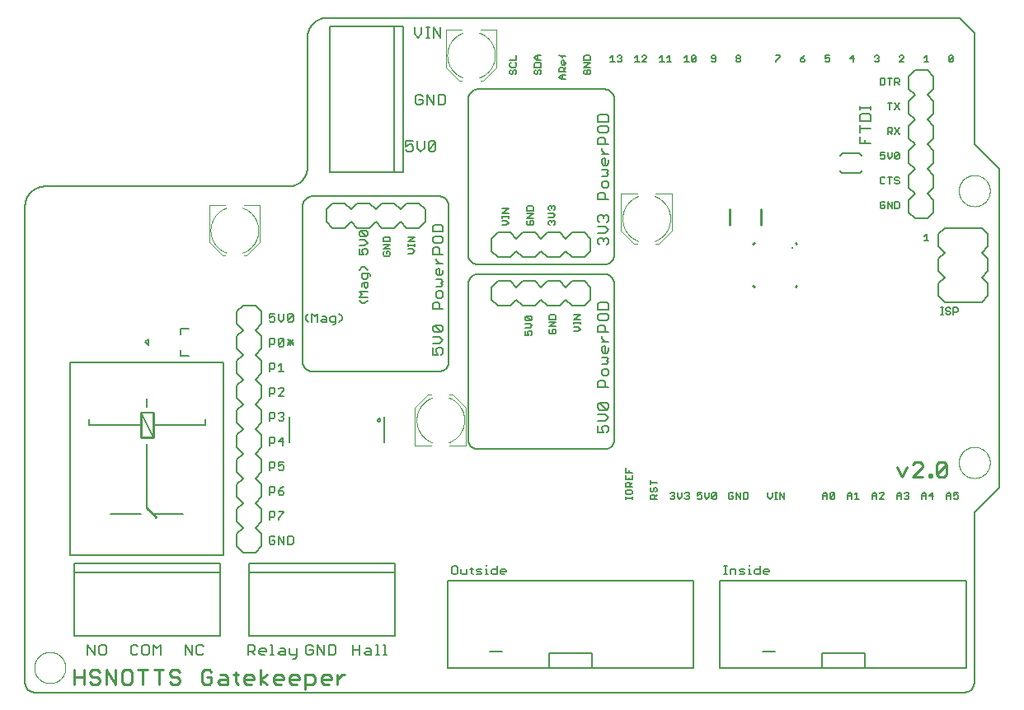
<source format=gto>
G75*
%MOIN*%
%OFA0B0*%
%FSLAX25Y25*%
%IPPOS*%
%LPD*%
%AMOC8*
5,1,8,0,0,1.08239X$1,22.5*
%
%ADD10C,0.00591*%
%ADD11C,0.00500*%
%ADD12C,0.00800*%
%ADD13C,0.01100*%
%ADD14C,0.00000*%
%ADD15C,0.00600*%
%ADD16C,0.00866*%
%ADD17C,0.01000*%
%ADD18C,0.01181*%
%ADD19C,0.00400*%
D10*
X0001500Y0005437D02*
X0001500Y0198350D01*
X0001502Y0198540D01*
X0001509Y0198730D01*
X0001521Y0198920D01*
X0001537Y0199110D01*
X0001557Y0199299D01*
X0001583Y0199488D01*
X0001612Y0199676D01*
X0001647Y0199863D01*
X0001686Y0200049D01*
X0001729Y0200234D01*
X0001777Y0200419D01*
X0001829Y0200602D01*
X0001885Y0200783D01*
X0001946Y0200963D01*
X0002012Y0201142D01*
X0002081Y0201319D01*
X0002155Y0201495D01*
X0002233Y0201668D01*
X0002316Y0201840D01*
X0002402Y0202009D01*
X0002492Y0202177D01*
X0002587Y0202342D01*
X0002685Y0202505D01*
X0002788Y0202665D01*
X0002894Y0202823D01*
X0003004Y0202978D01*
X0003117Y0203131D01*
X0003235Y0203281D01*
X0003356Y0203427D01*
X0003480Y0203571D01*
X0003608Y0203712D01*
X0003739Y0203850D01*
X0003874Y0203985D01*
X0004012Y0204116D01*
X0004153Y0204244D01*
X0004297Y0204368D01*
X0004443Y0204489D01*
X0004593Y0204607D01*
X0004746Y0204720D01*
X0004901Y0204830D01*
X0005059Y0204936D01*
X0005219Y0205039D01*
X0005382Y0205137D01*
X0005547Y0205232D01*
X0005715Y0205322D01*
X0005884Y0205408D01*
X0006056Y0205491D01*
X0006229Y0205569D01*
X0006405Y0205643D01*
X0006582Y0205712D01*
X0006761Y0205778D01*
X0006941Y0205839D01*
X0007122Y0205895D01*
X0007305Y0205947D01*
X0007490Y0205995D01*
X0007675Y0206038D01*
X0007861Y0206077D01*
X0008048Y0206112D01*
X0008236Y0206141D01*
X0008425Y0206167D01*
X0008614Y0206187D01*
X0008804Y0206203D01*
X0008994Y0206215D01*
X0009184Y0206222D01*
X0009374Y0206224D01*
X0107799Y0206224D01*
X0117642Y0202287D02*
X0168823Y0202287D01*
X0168947Y0202285D01*
X0169070Y0202279D01*
X0169194Y0202270D01*
X0169316Y0202256D01*
X0169439Y0202239D01*
X0169561Y0202217D01*
X0169682Y0202192D01*
X0169802Y0202163D01*
X0169921Y0202131D01*
X0170040Y0202094D01*
X0170157Y0202054D01*
X0170272Y0202011D01*
X0170387Y0201963D01*
X0170499Y0201912D01*
X0170610Y0201858D01*
X0170720Y0201800D01*
X0170827Y0201739D01*
X0170933Y0201674D01*
X0171036Y0201606D01*
X0171137Y0201535D01*
X0171236Y0201461D01*
X0171333Y0201384D01*
X0171427Y0201303D01*
X0171518Y0201220D01*
X0171607Y0201134D01*
X0171693Y0201045D01*
X0171776Y0200954D01*
X0171857Y0200860D01*
X0171934Y0200763D01*
X0172008Y0200664D01*
X0172079Y0200563D01*
X0172147Y0200460D01*
X0172212Y0200354D01*
X0172273Y0200247D01*
X0172331Y0200137D01*
X0172385Y0200026D01*
X0172436Y0199914D01*
X0172484Y0199799D01*
X0172527Y0199684D01*
X0172567Y0199567D01*
X0172604Y0199448D01*
X0172636Y0199329D01*
X0172665Y0199209D01*
X0172690Y0199088D01*
X0172712Y0198966D01*
X0172729Y0198843D01*
X0172743Y0198721D01*
X0172752Y0198597D01*
X0172758Y0198474D01*
X0172760Y0198350D01*
X0172760Y0135358D01*
X0172758Y0135234D01*
X0172752Y0135111D01*
X0172743Y0134987D01*
X0172729Y0134865D01*
X0172712Y0134742D01*
X0172690Y0134620D01*
X0172665Y0134499D01*
X0172636Y0134379D01*
X0172604Y0134260D01*
X0172567Y0134141D01*
X0172527Y0134024D01*
X0172484Y0133909D01*
X0172436Y0133794D01*
X0172385Y0133682D01*
X0172331Y0133571D01*
X0172273Y0133461D01*
X0172212Y0133354D01*
X0172147Y0133248D01*
X0172079Y0133145D01*
X0172008Y0133044D01*
X0171934Y0132945D01*
X0171857Y0132848D01*
X0171776Y0132754D01*
X0171693Y0132663D01*
X0171607Y0132574D01*
X0171518Y0132488D01*
X0171427Y0132405D01*
X0171333Y0132324D01*
X0171236Y0132247D01*
X0171137Y0132173D01*
X0171036Y0132102D01*
X0170933Y0132034D01*
X0170827Y0131969D01*
X0170720Y0131908D01*
X0170610Y0131850D01*
X0170499Y0131796D01*
X0170387Y0131745D01*
X0170272Y0131697D01*
X0170157Y0131654D01*
X0170040Y0131614D01*
X0169921Y0131577D01*
X0169802Y0131545D01*
X0169682Y0131516D01*
X0169561Y0131491D01*
X0169439Y0131469D01*
X0169316Y0131452D01*
X0169194Y0131438D01*
X0169070Y0131429D01*
X0168947Y0131423D01*
X0168823Y0131421D01*
X0117642Y0131421D01*
X0117518Y0131423D01*
X0117395Y0131429D01*
X0117271Y0131438D01*
X0117149Y0131452D01*
X0117026Y0131469D01*
X0116904Y0131491D01*
X0116783Y0131516D01*
X0116663Y0131545D01*
X0116544Y0131577D01*
X0116425Y0131614D01*
X0116308Y0131654D01*
X0116193Y0131697D01*
X0116078Y0131745D01*
X0115966Y0131796D01*
X0115855Y0131850D01*
X0115745Y0131908D01*
X0115638Y0131969D01*
X0115532Y0132034D01*
X0115429Y0132102D01*
X0115328Y0132173D01*
X0115229Y0132247D01*
X0115132Y0132324D01*
X0115038Y0132405D01*
X0114947Y0132488D01*
X0114858Y0132574D01*
X0114772Y0132663D01*
X0114689Y0132754D01*
X0114608Y0132848D01*
X0114531Y0132945D01*
X0114457Y0133044D01*
X0114386Y0133145D01*
X0114318Y0133248D01*
X0114253Y0133354D01*
X0114192Y0133461D01*
X0114134Y0133571D01*
X0114080Y0133682D01*
X0114029Y0133794D01*
X0113981Y0133909D01*
X0113938Y0134024D01*
X0113898Y0134141D01*
X0113861Y0134260D01*
X0113829Y0134379D01*
X0113800Y0134499D01*
X0113775Y0134620D01*
X0113753Y0134742D01*
X0113736Y0134865D01*
X0113722Y0134987D01*
X0113713Y0135111D01*
X0113707Y0135234D01*
X0113705Y0135358D01*
X0113705Y0198350D01*
X0113707Y0198474D01*
X0113713Y0198597D01*
X0113722Y0198721D01*
X0113736Y0198843D01*
X0113753Y0198966D01*
X0113775Y0199088D01*
X0113800Y0199209D01*
X0113829Y0199329D01*
X0113861Y0199448D01*
X0113898Y0199567D01*
X0113938Y0199684D01*
X0113981Y0199799D01*
X0114029Y0199914D01*
X0114080Y0200026D01*
X0114134Y0200137D01*
X0114192Y0200247D01*
X0114253Y0200354D01*
X0114318Y0200460D01*
X0114386Y0200563D01*
X0114457Y0200664D01*
X0114531Y0200763D01*
X0114608Y0200860D01*
X0114689Y0200954D01*
X0114772Y0201045D01*
X0114858Y0201134D01*
X0114947Y0201220D01*
X0115038Y0201303D01*
X0115132Y0201384D01*
X0115229Y0201461D01*
X0115328Y0201535D01*
X0115429Y0201606D01*
X0115532Y0201674D01*
X0115638Y0201739D01*
X0115745Y0201800D01*
X0115855Y0201858D01*
X0115966Y0201912D01*
X0116078Y0201963D01*
X0116193Y0202011D01*
X0116308Y0202054D01*
X0116425Y0202094D01*
X0116544Y0202131D01*
X0116663Y0202163D01*
X0116783Y0202192D01*
X0116904Y0202217D01*
X0117026Y0202239D01*
X0117149Y0202256D01*
X0117271Y0202270D01*
X0117395Y0202279D01*
X0117518Y0202285D01*
X0117642Y0202287D01*
X0115673Y0214098D02*
X0115673Y0266618D01*
X0115675Y0266808D01*
X0115682Y0266998D01*
X0115694Y0267188D01*
X0115710Y0267378D01*
X0115730Y0267567D01*
X0115756Y0267756D01*
X0115785Y0267944D01*
X0115820Y0268131D01*
X0115859Y0268317D01*
X0115902Y0268502D01*
X0115950Y0268687D01*
X0116002Y0268870D01*
X0116058Y0269051D01*
X0116119Y0269231D01*
X0116185Y0269410D01*
X0116254Y0269587D01*
X0116328Y0269763D01*
X0116406Y0269936D01*
X0116489Y0270108D01*
X0116575Y0270277D01*
X0116665Y0270445D01*
X0116760Y0270610D01*
X0116858Y0270773D01*
X0116961Y0270933D01*
X0117067Y0271091D01*
X0117177Y0271246D01*
X0117290Y0271399D01*
X0117408Y0271549D01*
X0117529Y0271695D01*
X0117653Y0271839D01*
X0117781Y0271980D01*
X0117912Y0272118D01*
X0118047Y0272253D01*
X0118185Y0272384D01*
X0118326Y0272512D01*
X0118470Y0272636D01*
X0118616Y0272757D01*
X0118766Y0272875D01*
X0118919Y0272988D01*
X0119074Y0273098D01*
X0119232Y0273204D01*
X0119392Y0273307D01*
X0119555Y0273405D01*
X0119720Y0273500D01*
X0119888Y0273590D01*
X0120057Y0273676D01*
X0120229Y0273759D01*
X0120402Y0273837D01*
X0120578Y0273911D01*
X0120755Y0273980D01*
X0120934Y0274046D01*
X0121114Y0274107D01*
X0121295Y0274163D01*
X0121478Y0274215D01*
X0121663Y0274263D01*
X0121848Y0274306D01*
X0122034Y0274345D01*
X0122221Y0274380D01*
X0122409Y0274409D01*
X0122598Y0274435D01*
X0122787Y0274455D01*
X0122977Y0274471D01*
X0123167Y0274483D01*
X0123357Y0274490D01*
X0123547Y0274492D01*
X0379201Y0274492D01*
X0385201Y0268492D01*
X0385201Y0223492D01*
X0395201Y0213492D01*
X0395201Y0084492D01*
X0385201Y0074492D01*
X0385201Y0005437D01*
X0385199Y0005313D01*
X0385193Y0005190D01*
X0385184Y0005066D01*
X0385170Y0004944D01*
X0385153Y0004821D01*
X0385131Y0004699D01*
X0385106Y0004578D01*
X0385077Y0004458D01*
X0385045Y0004339D01*
X0385008Y0004220D01*
X0384968Y0004103D01*
X0384925Y0003988D01*
X0384877Y0003873D01*
X0384826Y0003761D01*
X0384772Y0003650D01*
X0384714Y0003540D01*
X0384653Y0003433D01*
X0384588Y0003327D01*
X0384520Y0003224D01*
X0384449Y0003123D01*
X0384375Y0003024D01*
X0384298Y0002927D01*
X0384217Y0002833D01*
X0384134Y0002742D01*
X0384048Y0002653D01*
X0383959Y0002567D01*
X0383868Y0002484D01*
X0383774Y0002403D01*
X0383677Y0002326D01*
X0383578Y0002252D01*
X0383477Y0002181D01*
X0383374Y0002113D01*
X0383268Y0002048D01*
X0383161Y0001987D01*
X0383051Y0001929D01*
X0382940Y0001875D01*
X0382828Y0001824D01*
X0382713Y0001776D01*
X0382598Y0001733D01*
X0382481Y0001693D01*
X0382362Y0001656D01*
X0382243Y0001624D01*
X0382123Y0001595D01*
X0382002Y0001570D01*
X0381880Y0001548D01*
X0381757Y0001531D01*
X0381635Y0001517D01*
X0381511Y0001508D01*
X0381388Y0001502D01*
X0381264Y0001500D01*
X0005437Y0001500D01*
X0005313Y0001502D01*
X0005190Y0001508D01*
X0005066Y0001517D01*
X0004944Y0001531D01*
X0004821Y0001548D01*
X0004699Y0001570D01*
X0004578Y0001595D01*
X0004458Y0001624D01*
X0004339Y0001656D01*
X0004220Y0001693D01*
X0004103Y0001733D01*
X0003988Y0001776D01*
X0003873Y0001824D01*
X0003761Y0001875D01*
X0003650Y0001929D01*
X0003540Y0001987D01*
X0003433Y0002048D01*
X0003327Y0002113D01*
X0003224Y0002181D01*
X0003123Y0002252D01*
X0003024Y0002326D01*
X0002927Y0002403D01*
X0002833Y0002484D01*
X0002742Y0002567D01*
X0002653Y0002653D01*
X0002567Y0002742D01*
X0002484Y0002833D01*
X0002403Y0002927D01*
X0002326Y0003024D01*
X0002252Y0003123D01*
X0002181Y0003224D01*
X0002113Y0003327D01*
X0002048Y0003433D01*
X0001987Y0003540D01*
X0001929Y0003650D01*
X0001875Y0003761D01*
X0001824Y0003873D01*
X0001776Y0003988D01*
X0001733Y0004103D01*
X0001693Y0004220D01*
X0001656Y0004339D01*
X0001624Y0004458D01*
X0001595Y0004578D01*
X0001570Y0004699D01*
X0001548Y0004821D01*
X0001531Y0004944D01*
X0001517Y0005066D01*
X0001508Y0005190D01*
X0001502Y0005313D01*
X0001500Y0005437D01*
X0180634Y0103862D02*
X0180634Y0166854D01*
X0180636Y0166978D01*
X0180642Y0167101D01*
X0180651Y0167225D01*
X0180665Y0167347D01*
X0180682Y0167470D01*
X0180704Y0167592D01*
X0180729Y0167713D01*
X0180758Y0167833D01*
X0180790Y0167952D01*
X0180827Y0168071D01*
X0180867Y0168188D01*
X0180910Y0168303D01*
X0180958Y0168418D01*
X0181009Y0168530D01*
X0181063Y0168641D01*
X0181121Y0168751D01*
X0181182Y0168858D01*
X0181247Y0168964D01*
X0181315Y0169067D01*
X0181386Y0169168D01*
X0181460Y0169267D01*
X0181537Y0169364D01*
X0181618Y0169458D01*
X0181701Y0169549D01*
X0181787Y0169638D01*
X0181876Y0169724D01*
X0181967Y0169807D01*
X0182061Y0169888D01*
X0182158Y0169965D01*
X0182257Y0170039D01*
X0182358Y0170110D01*
X0182461Y0170178D01*
X0182567Y0170243D01*
X0182674Y0170304D01*
X0182784Y0170362D01*
X0182895Y0170416D01*
X0183007Y0170467D01*
X0183122Y0170515D01*
X0183237Y0170558D01*
X0183354Y0170598D01*
X0183473Y0170635D01*
X0183592Y0170667D01*
X0183712Y0170696D01*
X0183833Y0170721D01*
X0183955Y0170743D01*
X0184078Y0170760D01*
X0184200Y0170774D01*
X0184324Y0170783D01*
X0184447Y0170789D01*
X0184571Y0170791D01*
X0235752Y0170791D01*
X0235876Y0170789D01*
X0235999Y0170783D01*
X0236123Y0170774D01*
X0236245Y0170760D01*
X0236368Y0170743D01*
X0236490Y0170721D01*
X0236611Y0170696D01*
X0236731Y0170667D01*
X0236850Y0170635D01*
X0236969Y0170598D01*
X0237086Y0170558D01*
X0237201Y0170515D01*
X0237316Y0170467D01*
X0237428Y0170416D01*
X0237539Y0170362D01*
X0237649Y0170304D01*
X0237756Y0170243D01*
X0237862Y0170178D01*
X0237965Y0170110D01*
X0238066Y0170039D01*
X0238165Y0169965D01*
X0238262Y0169888D01*
X0238356Y0169807D01*
X0238447Y0169724D01*
X0238536Y0169638D01*
X0238622Y0169549D01*
X0238705Y0169458D01*
X0238786Y0169364D01*
X0238863Y0169267D01*
X0238937Y0169168D01*
X0239008Y0169067D01*
X0239076Y0168964D01*
X0239141Y0168858D01*
X0239202Y0168751D01*
X0239260Y0168641D01*
X0239314Y0168530D01*
X0239365Y0168418D01*
X0239413Y0168303D01*
X0239456Y0168188D01*
X0239496Y0168071D01*
X0239533Y0167952D01*
X0239565Y0167833D01*
X0239594Y0167713D01*
X0239619Y0167592D01*
X0239641Y0167470D01*
X0239658Y0167347D01*
X0239672Y0167225D01*
X0239681Y0167101D01*
X0239687Y0166978D01*
X0239689Y0166854D01*
X0239689Y0103862D01*
X0239687Y0103738D01*
X0239681Y0103615D01*
X0239672Y0103491D01*
X0239658Y0103369D01*
X0239641Y0103246D01*
X0239619Y0103124D01*
X0239594Y0103003D01*
X0239565Y0102883D01*
X0239533Y0102764D01*
X0239496Y0102645D01*
X0239456Y0102528D01*
X0239413Y0102413D01*
X0239365Y0102298D01*
X0239314Y0102186D01*
X0239260Y0102075D01*
X0239202Y0101965D01*
X0239141Y0101858D01*
X0239076Y0101752D01*
X0239008Y0101649D01*
X0238937Y0101548D01*
X0238863Y0101449D01*
X0238786Y0101352D01*
X0238705Y0101258D01*
X0238622Y0101167D01*
X0238536Y0101078D01*
X0238447Y0100992D01*
X0238356Y0100909D01*
X0238262Y0100828D01*
X0238165Y0100751D01*
X0238066Y0100677D01*
X0237965Y0100606D01*
X0237862Y0100538D01*
X0237756Y0100473D01*
X0237649Y0100412D01*
X0237539Y0100354D01*
X0237428Y0100300D01*
X0237316Y0100249D01*
X0237201Y0100201D01*
X0237086Y0100158D01*
X0236969Y0100118D01*
X0236850Y0100081D01*
X0236731Y0100049D01*
X0236611Y0100020D01*
X0236490Y0099995D01*
X0236368Y0099973D01*
X0236245Y0099956D01*
X0236123Y0099942D01*
X0235999Y0099933D01*
X0235876Y0099927D01*
X0235752Y0099925D01*
X0184571Y0099925D01*
X0184447Y0099927D01*
X0184324Y0099933D01*
X0184200Y0099942D01*
X0184078Y0099956D01*
X0183955Y0099973D01*
X0183833Y0099995D01*
X0183712Y0100020D01*
X0183592Y0100049D01*
X0183473Y0100081D01*
X0183354Y0100118D01*
X0183237Y0100158D01*
X0183122Y0100201D01*
X0183007Y0100249D01*
X0182895Y0100300D01*
X0182784Y0100354D01*
X0182674Y0100412D01*
X0182567Y0100473D01*
X0182461Y0100538D01*
X0182358Y0100606D01*
X0182257Y0100677D01*
X0182158Y0100751D01*
X0182061Y0100828D01*
X0181967Y0100909D01*
X0181876Y0100992D01*
X0181787Y0101078D01*
X0181701Y0101167D01*
X0181618Y0101258D01*
X0181537Y0101352D01*
X0181460Y0101449D01*
X0181386Y0101548D01*
X0181315Y0101649D01*
X0181247Y0101752D01*
X0181182Y0101858D01*
X0181121Y0101965D01*
X0181063Y0102075D01*
X0181009Y0102186D01*
X0180958Y0102298D01*
X0180910Y0102413D01*
X0180867Y0102528D01*
X0180827Y0102645D01*
X0180790Y0102764D01*
X0180758Y0102883D01*
X0180729Y0103003D01*
X0180704Y0103124D01*
X0180682Y0103246D01*
X0180665Y0103369D01*
X0180651Y0103491D01*
X0180642Y0103615D01*
X0180636Y0103738D01*
X0180634Y0103862D01*
X0184571Y0174728D02*
X0235752Y0174728D01*
X0235876Y0174730D01*
X0235999Y0174736D01*
X0236123Y0174745D01*
X0236245Y0174759D01*
X0236368Y0174776D01*
X0236490Y0174798D01*
X0236611Y0174823D01*
X0236731Y0174852D01*
X0236850Y0174884D01*
X0236969Y0174921D01*
X0237086Y0174961D01*
X0237201Y0175004D01*
X0237316Y0175052D01*
X0237428Y0175103D01*
X0237539Y0175157D01*
X0237649Y0175215D01*
X0237756Y0175276D01*
X0237862Y0175341D01*
X0237965Y0175409D01*
X0238066Y0175480D01*
X0238165Y0175554D01*
X0238262Y0175631D01*
X0238356Y0175712D01*
X0238447Y0175795D01*
X0238536Y0175881D01*
X0238622Y0175970D01*
X0238705Y0176061D01*
X0238786Y0176155D01*
X0238863Y0176252D01*
X0238937Y0176351D01*
X0239008Y0176452D01*
X0239076Y0176555D01*
X0239141Y0176661D01*
X0239202Y0176768D01*
X0239260Y0176878D01*
X0239314Y0176989D01*
X0239365Y0177101D01*
X0239413Y0177216D01*
X0239456Y0177331D01*
X0239496Y0177448D01*
X0239533Y0177567D01*
X0239565Y0177686D01*
X0239594Y0177806D01*
X0239619Y0177927D01*
X0239641Y0178049D01*
X0239658Y0178172D01*
X0239672Y0178294D01*
X0239681Y0178418D01*
X0239687Y0178541D01*
X0239689Y0178665D01*
X0239689Y0241657D01*
X0239687Y0241781D01*
X0239681Y0241904D01*
X0239672Y0242028D01*
X0239658Y0242150D01*
X0239641Y0242273D01*
X0239619Y0242395D01*
X0239594Y0242516D01*
X0239565Y0242636D01*
X0239533Y0242755D01*
X0239496Y0242874D01*
X0239456Y0242991D01*
X0239413Y0243106D01*
X0239365Y0243221D01*
X0239314Y0243333D01*
X0239260Y0243444D01*
X0239202Y0243554D01*
X0239141Y0243661D01*
X0239076Y0243767D01*
X0239008Y0243870D01*
X0238937Y0243971D01*
X0238863Y0244070D01*
X0238786Y0244167D01*
X0238705Y0244261D01*
X0238622Y0244352D01*
X0238536Y0244441D01*
X0238447Y0244527D01*
X0238356Y0244610D01*
X0238262Y0244691D01*
X0238165Y0244768D01*
X0238066Y0244842D01*
X0237965Y0244913D01*
X0237862Y0244981D01*
X0237756Y0245046D01*
X0237649Y0245107D01*
X0237539Y0245165D01*
X0237428Y0245219D01*
X0237316Y0245270D01*
X0237201Y0245318D01*
X0237086Y0245361D01*
X0236969Y0245401D01*
X0236850Y0245438D01*
X0236731Y0245470D01*
X0236611Y0245499D01*
X0236490Y0245524D01*
X0236368Y0245546D01*
X0236245Y0245563D01*
X0236123Y0245577D01*
X0235999Y0245586D01*
X0235876Y0245592D01*
X0235752Y0245594D01*
X0184571Y0245594D01*
X0184447Y0245592D01*
X0184324Y0245586D01*
X0184200Y0245577D01*
X0184078Y0245563D01*
X0183955Y0245546D01*
X0183833Y0245524D01*
X0183712Y0245499D01*
X0183592Y0245470D01*
X0183473Y0245438D01*
X0183354Y0245401D01*
X0183237Y0245361D01*
X0183122Y0245318D01*
X0183007Y0245270D01*
X0182895Y0245219D01*
X0182784Y0245165D01*
X0182674Y0245107D01*
X0182567Y0245046D01*
X0182461Y0244981D01*
X0182358Y0244913D01*
X0182257Y0244842D01*
X0182158Y0244768D01*
X0182061Y0244691D01*
X0181967Y0244610D01*
X0181876Y0244527D01*
X0181787Y0244441D01*
X0181701Y0244352D01*
X0181618Y0244261D01*
X0181537Y0244167D01*
X0181460Y0244070D01*
X0181386Y0243971D01*
X0181315Y0243870D01*
X0181247Y0243767D01*
X0181182Y0243661D01*
X0181121Y0243554D01*
X0181063Y0243444D01*
X0181009Y0243333D01*
X0180958Y0243221D01*
X0180910Y0243106D01*
X0180867Y0242991D01*
X0180827Y0242874D01*
X0180790Y0242755D01*
X0180758Y0242636D01*
X0180729Y0242516D01*
X0180704Y0242395D01*
X0180682Y0242273D01*
X0180665Y0242150D01*
X0180651Y0242028D01*
X0180642Y0241904D01*
X0180636Y0241781D01*
X0180634Y0241657D01*
X0180634Y0178665D01*
X0180636Y0178541D01*
X0180642Y0178418D01*
X0180651Y0178294D01*
X0180665Y0178172D01*
X0180682Y0178049D01*
X0180704Y0177927D01*
X0180729Y0177806D01*
X0180758Y0177686D01*
X0180790Y0177567D01*
X0180827Y0177448D01*
X0180867Y0177331D01*
X0180910Y0177216D01*
X0180958Y0177101D01*
X0181009Y0176989D01*
X0181063Y0176878D01*
X0181121Y0176768D01*
X0181182Y0176661D01*
X0181247Y0176555D01*
X0181315Y0176452D01*
X0181386Y0176351D01*
X0181460Y0176252D01*
X0181537Y0176155D01*
X0181618Y0176061D01*
X0181701Y0175970D01*
X0181787Y0175881D01*
X0181876Y0175795D01*
X0181967Y0175712D01*
X0182061Y0175631D01*
X0182158Y0175554D01*
X0182257Y0175480D01*
X0182358Y0175409D01*
X0182461Y0175341D01*
X0182567Y0175276D01*
X0182674Y0175215D01*
X0182784Y0175157D01*
X0182895Y0175103D01*
X0183007Y0175052D01*
X0183122Y0175004D01*
X0183237Y0174961D01*
X0183354Y0174921D01*
X0183473Y0174884D01*
X0183592Y0174852D01*
X0183712Y0174823D01*
X0183833Y0174798D01*
X0183955Y0174776D01*
X0184078Y0174759D01*
X0184200Y0174745D01*
X0184324Y0174736D01*
X0184447Y0174730D01*
X0184571Y0174728D01*
X0115673Y0214098D02*
X0115671Y0213908D01*
X0115664Y0213718D01*
X0115652Y0213528D01*
X0115636Y0213338D01*
X0115616Y0213149D01*
X0115590Y0212960D01*
X0115561Y0212772D01*
X0115526Y0212585D01*
X0115487Y0212399D01*
X0115444Y0212214D01*
X0115396Y0212029D01*
X0115344Y0211846D01*
X0115288Y0211665D01*
X0115227Y0211485D01*
X0115161Y0211306D01*
X0115092Y0211129D01*
X0115018Y0210953D01*
X0114940Y0210780D01*
X0114857Y0210608D01*
X0114771Y0210439D01*
X0114681Y0210271D01*
X0114586Y0210106D01*
X0114488Y0209943D01*
X0114385Y0209783D01*
X0114279Y0209625D01*
X0114169Y0209470D01*
X0114056Y0209317D01*
X0113938Y0209167D01*
X0113817Y0209021D01*
X0113693Y0208877D01*
X0113565Y0208736D01*
X0113434Y0208598D01*
X0113299Y0208463D01*
X0113161Y0208332D01*
X0113020Y0208204D01*
X0112876Y0208080D01*
X0112730Y0207959D01*
X0112580Y0207841D01*
X0112427Y0207728D01*
X0112272Y0207618D01*
X0112114Y0207512D01*
X0111954Y0207409D01*
X0111791Y0207311D01*
X0111626Y0207216D01*
X0111458Y0207126D01*
X0111289Y0207040D01*
X0111117Y0206957D01*
X0110944Y0206879D01*
X0110768Y0206805D01*
X0110591Y0206736D01*
X0110412Y0206670D01*
X0110232Y0206609D01*
X0110051Y0206553D01*
X0109868Y0206501D01*
X0109683Y0206453D01*
X0109498Y0206410D01*
X0109312Y0206371D01*
X0109125Y0206336D01*
X0108937Y0206307D01*
X0108748Y0206281D01*
X0108559Y0206261D01*
X0108369Y0206245D01*
X0108179Y0206233D01*
X0107989Y0206226D01*
X0107799Y0206224D01*
D11*
X0146354Y0185351D02*
X0146354Y0184000D01*
X0149056Y0184000D01*
X0149056Y0185351D01*
X0148606Y0185802D01*
X0146804Y0185802D01*
X0146354Y0185351D01*
X0146354Y0182855D02*
X0149056Y0182855D01*
X0146354Y0181054D01*
X0149056Y0181054D01*
X0148606Y0179909D02*
X0147705Y0179909D01*
X0147705Y0179008D01*
X0146804Y0178107D02*
X0148606Y0178107D01*
X0149056Y0178558D01*
X0149056Y0179458D01*
X0148606Y0179909D01*
X0146804Y0179909D02*
X0146354Y0179458D01*
X0146354Y0178558D01*
X0146804Y0178107D01*
X0156354Y0179089D02*
X0158156Y0179089D01*
X0159056Y0179990D01*
X0158156Y0180891D01*
X0156354Y0180891D01*
X0156354Y0182036D02*
X0156354Y0182937D01*
X0156354Y0182486D02*
X0159056Y0182486D01*
X0159056Y0182036D02*
X0159056Y0182937D01*
X0159056Y0184000D02*
X0156354Y0184000D01*
X0159056Y0185802D01*
X0156354Y0185802D01*
X0194335Y0190569D02*
X0196137Y0190569D01*
X0197037Y0191470D01*
X0196137Y0192370D01*
X0194335Y0192370D01*
X0194335Y0193515D02*
X0194335Y0194416D01*
X0194335Y0193966D02*
X0197037Y0193966D01*
X0197037Y0194416D02*
X0197037Y0193515D01*
X0197037Y0195480D02*
X0194335Y0195480D01*
X0197037Y0197281D01*
X0194335Y0197281D01*
X0204335Y0197813D02*
X0204335Y0196462D01*
X0207037Y0196462D01*
X0207037Y0197813D01*
X0206587Y0198263D01*
X0204785Y0198263D01*
X0204335Y0197813D01*
X0204335Y0195317D02*
X0207037Y0195317D01*
X0204335Y0193515D01*
X0207037Y0193515D01*
X0206587Y0192370D02*
X0205686Y0192370D01*
X0205686Y0191470D01*
X0204785Y0192370D02*
X0204335Y0191920D01*
X0204335Y0191019D01*
X0204785Y0190569D01*
X0206587Y0190569D01*
X0207037Y0191019D01*
X0207037Y0191920D01*
X0206587Y0192370D01*
X0213115Y0192078D02*
X0213565Y0192528D01*
X0214015Y0192528D01*
X0214466Y0192078D01*
X0214916Y0192528D01*
X0215367Y0192528D01*
X0215817Y0192078D01*
X0215817Y0191177D01*
X0215367Y0190726D01*
X0214466Y0191627D02*
X0214466Y0192078D01*
X0213115Y0192078D02*
X0213115Y0191177D01*
X0213565Y0190726D01*
X0213115Y0193673D02*
X0214916Y0193673D01*
X0215817Y0194574D01*
X0214916Y0195474D01*
X0213115Y0195474D01*
X0213565Y0196619D02*
X0213115Y0197070D01*
X0213115Y0197971D01*
X0213565Y0198421D01*
X0214015Y0198421D01*
X0214466Y0197971D01*
X0214916Y0198421D01*
X0215367Y0198421D01*
X0215817Y0197971D01*
X0215817Y0197070D01*
X0215367Y0196619D01*
X0214466Y0197520D02*
X0214466Y0197971D01*
X0213734Y0154306D02*
X0213283Y0153855D01*
X0213283Y0152504D01*
X0215985Y0152504D01*
X0215985Y0153855D01*
X0215535Y0154306D01*
X0213734Y0154306D01*
X0213283Y0151359D02*
X0215985Y0151359D01*
X0213283Y0149558D01*
X0215985Y0149558D01*
X0215535Y0148413D02*
X0214634Y0148413D01*
X0214634Y0147512D01*
X0213734Y0146611D02*
X0215535Y0146611D01*
X0215985Y0147062D01*
X0215985Y0147962D01*
X0215535Y0148413D01*
X0213734Y0148413D02*
X0213283Y0147962D01*
X0213283Y0147062D01*
X0213734Y0146611D01*
X0206419Y0146510D02*
X0205968Y0146060D01*
X0206419Y0146510D02*
X0206419Y0147411D01*
X0205968Y0147862D01*
X0205067Y0147862D01*
X0204617Y0147411D01*
X0204617Y0146961D01*
X0205067Y0146060D01*
X0203716Y0146060D01*
X0203716Y0147862D01*
X0203716Y0149007D02*
X0205518Y0149007D01*
X0206419Y0149907D01*
X0205518Y0150808D01*
X0203716Y0150808D01*
X0204167Y0151953D02*
X0203716Y0152403D01*
X0203716Y0153304D01*
X0204167Y0153755D01*
X0205968Y0151953D01*
X0206419Y0152403D01*
X0206419Y0153304D01*
X0205968Y0153755D01*
X0204167Y0153755D01*
X0204167Y0151953D02*
X0205968Y0151953D01*
X0223283Y0151441D02*
X0223283Y0150540D01*
X0223283Y0150990D02*
X0225985Y0150990D01*
X0225985Y0150540D02*
X0225985Y0151441D01*
X0225985Y0152504D02*
X0223283Y0152504D01*
X0225985Y0154306D01*
X0223283Y0154306D01*
X0223283Y0149395D02*
X0225085Y0149395D01*
X0225985Y0148494D01*
X0225085Y0147593D01*
X0223283Y0147593D01*
X0244248Y0092308D02*
X0244248Y0090506D01*
X0246951Y0090506D01*
X0246951Y0089361D02*
X0246951Y0087560D01*
X0244248Y0087560D01*
X0244248Y0089361D01*
X0245600Y0088461D02*
X0245600Y0087560D01*
X0245600Y0086415D02*
X0246050Y0085964D01*
X0246050Y0084613D01*
X0246951Y0084613D02*
X0244248Y0084613D01*
X0244248Y0085964D01*
X0244699Y0086415D01*
X0245600Y0086415D01*
X0246050Y0085514D02*
X0246951Y0086415D01*
X0246500Y0083468D02*
X0244699Y0083468D01*
X0244248Y0083018D01*
X0244248Y0082117D01*
X0244699Y0081667D01*
X0246500Y0081667D01*
X0246951Y0082117D01*
X0246951Y0083018D01*
X0246500Y0083468D01*
X0246951Y0080603D02*
X0246951Y0079702D01*
X0246951Y0080153D02*
X0244248Y0080153D01*
X0244248Y0080603D02*
X0244248Y0079702D01*
X0254248Y0079702D02*
X0254248Y0081054D01*
X0254699Y0081504D01*
X0255600Y0081504D01*
X0256050Y0081054D01*
X0256050Y0079702D01*
X0256951Y0079702D02*
X0254248Y0079702D01*
X0256050Y0080603D02*
X0256951Y0081504D01*
X0256500Y0082649D02*
X0256951Y0083099D01*
X0256951Y0084000D01*
X0256500Y0084450D01*
X0256050Y0084450D01*
X0255600Y0084000D01*
X0255600Y0083099D01*
X0255149Y0082649D01*
X0254699Y0082649D01*
X0254248Y0083099D01*
X0254248Y0084000D01*
X0254699Y0084450D01*
X0254248Y0085595D02*
X0254248Y0087397D01*
X0254248Y0086496D02*
X0256951Y0086496D01*
X0262271Y0081994D02*
X0262721Y0082444D01*
X0263622Y0082444D01*
X0264072Y0081994D01*
X0264072Y0081544D01*
X0263622Y0081093D01*
X0264072Y0080643D01*
X0264072Y0080193D01*
X0263622Y0079742D01*
X0262721Y0079742D01*
X0262271Y0080193D01*
X0263172Y0081093D02*
X0263622Y0081093D01*
X0265217Y0080643D02*
X0266118Y0079742D01*
X0267019Y0080643D01*
X0267019Y0082444D01*
X0268164Y0081994D02*
X0268614Y0082444D01*
X0269515Y0082444D01*
X0269965Y0081994D01*
X0269965Y0081544D01*
X0269515Y0081093D01*
X0269965Y0080643D01*
X0269965Y0080193D01*
X0269515Y0079742D01*
X0268614Y0079742D01*
X0268164Y0080193D01*
X0269065Y0081093D02*
X0269515Y0081093D01*
X0273271Y0081093D02*
X0274172Y0081544D01*
X0274622Y0081544D01*
X0275072Y0081093D01*
X0275072Y0080193D01*
X0274622Y0079742D01*
X0273721Y0079742D01*
X0273271Y0080193D01*
X0273271Y0081093D02*
X0273271Y0082444D01*
X0275072Y0082444D01*
X0276217Y0082444D02*
X0276217Y0080643D01*
X0277118Y0079742D01*
X0278019Y0080643D01*
X0278019Y0082444D01*
X0279164Y0081994D02*
X0279614Y0082444D01*
X0280515Y0082444D01*
X0280965Y0081994D01*
X0279164Y0080193D01*
X0279614Y0079742D01*
X0280515Y0079742D01*
X0280965Y0080193D01*
X0280965Y0081994D01*
X0279164Y0081994D02*
X0279164Y0080193D01*
X0285991Y0080193D02*
X0286441Y0079742D01*
X0287342Y0079742D01*
X0287792Y0080193D01*
X0287792Y0081093D01*
X0286891Y0081093D01*
X0285991Y0080193D02*
X0285991Y0081994D01*
X0286441Y0082444D01*
X0287342Y0082444D01*
X0287792Y0081994D01*
X0288937Y0082444D02*
X0290739Y0079742D01*
X0290739Y0082444D01*
X0291884Y0082444D02*
X0293235Y0082444D01*
X0293685Y0081994D01*
X0293685Y0080193D01*
X0293235Y0079742D01*
X0291884Y0079742D01*
X0291884Y0082444D01*
X0288937Y0082444D02*
X0288937Y0079742D01*
X0301771Y0080643D02*
X0302672Y0079742D01*
X0303572Y0080643D01*
X0303572Y0082444D01*
X0304717Y0082444D02*
X0305618Y0082444D01*
X0305168Y0082444D02*
X0305168Y0079742D01*
X0305618Y0079742D02*
X0304717Y0079742D01*
X0306682Y0079742D02*
X0306682Y0082444D01*
X0308483Y0079742D01*
X0308483Y0082444D01*
X0301771Y0082444D02*
X0301771Y0080643D01*
X0323951Y0081093D02*
X0325752Y0081093D01*
X0325752Y0081544D02*
X0325752Y0079742D01*
X0326897Y0080193D02*
X0327348Y0079742D01*
X0328248Y0079742D01*
X0328699Y0080193D01*
X0328699Y0081994D01*
X0326897Y0080193D01*
X0326897Y0081994D01*
X0327348Y0082444D01*
X0328248Y0082444D01*
X0328699Y0081994D01*
X0325752Y0081544D02*
X0324852Y0082444D01*
X0323951Y0081544D01*
X0323951Y0079742D01*
X0333951Y0079742D02*
X0333951Y0081544D01*
X0334852Y0082444D01*
X0335752Y0081544D01*
X0335752Y0079742D01*
X0336897Y0079742D02*
X0338699Y0079742D01*
X0337798Y0079742D02*
X0337798Y0082444D01*
X0336897Y0081544D01*
X0335752Y0081093D02*
X0333951Y0081093D01*
X0343951Y0081093D02*
X0345752Y0081093D01*
X0345752Y0081544D02*
X0345752Y0079742D01*
X0346897Y0079742D02*
X0348699Y0081544D01*
X0348699Y0081994D01*
X0348248Y0082444D01*
X0347348Y0082444D01*
X0346897Y0081994D01*
X0345752Y0081544D02*
X0344852Y0082444D01*
X0343951Y0081544D01*
X0343951Y0079742D01*
X0346897Y0079742D02*
X0348699Y0079742D01*
X0353951Y0079742D02*
X0353951Y0081544D01*
X0354852Y0082444D01*
X0355752Y0081544D01*
X0355752Y0079742D01*
X0356897Y0080193D02*
X0357348Y0079742D01*
X0358248Y0079742D01*
X0358699Y0080193D01*
X0358699Y0080643D01*
X0358248Y0081093D01*
X0357798Y0081093D01*
X0358248Y0081093D02*
X0358699Y0081544D01*
X0358699Y0081994D01*
X0358248Y0082444D01*
X0357348Y0082444D01*
X0356897Y0081994D01*
X0355752Y0081093D02*
X0353951Y0081093D01*
X0363951Y0081093D02*
X0365752Y0081093D01*
X0365752Y0081544D02*
X0365752Y0079742D01*
X0366897Y0081093D02*
X0368699Y0081093D01*
X0368248Y0079742D02*
X0368248Y0082444D01*
X0366897Y0081093D01*
X0365752Y0081544D02*
X0364852Y0082444D01*
X0363951Y0081544D01*
X0363951Y0079742D01*
X0373951Y0079742D02*
X0373951Y0081544D01*
X0374852Y0082444D01*
X0375752Y0081544D01*
X0375752Y0079742D01*
X0376897Y0080193D02*
X0377348Y0079742D01*
X0378248Y0079742D01*
X0378699Y0080193D01*
X0378699Y0081093D01*
X0378248Y0081544D01*
X0377798Y0081544D01*
X0376897Y0081093D01*
X0376897Y0082444D01*
X0378699Y0082444D01*
X0375752Y0081093D02*
X0373951Y0081093D01*
X0374243Y0154506D02*
X0373793Y0154956D01*
X0374243Y0154506D02*
X0375144Y0154506D01*
X0375595Y0154956D01*
X0375595Y0155407D01*
X0375144Y0155857D01*
X0374243Y0155857D01*
X0373793Y0156307D01*
X0373793Y0156758D01*
X0374243Y0157208D01*
X0375144Y0157208D01*
X0375595Y0156758D01*
X0376740Y0157208D02*
X0376740Y0154506D01*
X0376740Y0155407D02*
X0378091Y0155407D01*
X0378541Y0155857D01*
X0378541Y0156758D01*
X0378091Y0157208D01*
X0376740Y0157208D01*
X0372730Y0157208D02*
X0371829Y0157208D01*
X0372279Y0157208D02*
X0372279Y0154506D01*
X0371829Y0154506D02*
X0372730Y0154506D01*
X0366747Y0184377D02*
X0364945Y0184377D01*
X0365846Y0184377D02*
X0365846Y0187079D01*
X0364945Y0186178D01*
X0354485Y0197369D02*
X0354936Y0197819D01*
X0354936Y0199621D01*
X0354485Y0200071D01*
X0353134Y0200071D01*
X0353134Y0197369D01*
X0354485Y0197369D01*
X0351989Y0197369D02*
X0351989Y0200071D01*
X0350188Y0200071D02*
X0351989Y0197369D01*
X0350188Y0197369D02*
X0350188Y0200071D01*
X0349043Y0199621D02*
X0348592Y0200071D01*
X0347692Y0200071D01*
X0347241Y0199621D01*
X0347241Y0197819D01*
X0347692Y0197369D01*
X0348592Y0197369D01*
X0349043Y0197819D01*
X0349043Y0198720D01*
X0348142Y0198720D01*
X0348592Y0207369D02*
X0349043Y0207819D01*
X0348592Y0207369D02*
X0347692Y0207369D01*
X0347241Y0207819D01*
X0347241Y0209621D01*
X0347692Y0210071D01*
X0348592Y0210071D01*
X0349043Y0209621D01*
X0350188Y0210071D02*
X0351989Y0210071D01*
X0351088Y0210071D02*
X0351088Y0207369D01*
X0353134Y0207819D02*
X0353585Y0207369D01*
X0354485Y0207369D01*
X0354936Y0207819D01*
X0354936Y0208270D01*
X0354485Y0208720D01*
X0353585Y0208720D01*
X0353134Y0209170D01*
X0353134Y0209621D01*
X0353585Y0210071D01*
X0354485Y0210071D01*
X0354936Y0209621D01*
X0354485Y0217369D02*
X0353585Y0217369D01*
X0353134Y0217819D01*
X0354936Y0219621D01*
X0354936Y0217819D01*
X0354485Y0217369D01*
X0353134Y0217819D02*
X0353134Y0219621D01*
X0353585Y0220071D01*
X0354485Y0220071D01*
X0354936Y0219621D01*
X0351989Y0220071D02*
X0351989Y0218270D01*
X0351088Y0217369D01*
X0350188Y0218270D01*
X0350188Y0220071D01*
X0349043Y0220071D02*
X0347241Y0220071D01*
X0347241Y0218720D01*
X0348142Y0219170D01*
X0348592Y0219170D01*
X0349043Y0218720D01*
X0349043Y0217819D01*
X0348592Y0217369D01*
X0347692Y0217369D01*
X0347241Y0217819D01*
X0350188Y0227369D02*
X0350188Y0230071D01*
X0351539Y0230071D01*
X0351989Y0229621D01*
X0351989Y0228720D01*
X0351539Y0228270D01*
X0350188Y0228270D01*
X0351088Y0228270D02*
X0351989Y0227369D01*
X0353134Y0227369D02*
X0354936Y0230071D01*
X0353134Y0230071D02*
X0354936Y0227369D01*
X0354936Y0237369D02*
X0353134Y0240071D01*
X0351989Y0240071D02*
X0350188Y0240071D01*
X0351088Y0240071D02*
X0351088Y0237369D01*
X0353134Y0237369D02*
X0354936Y0240071D01*
X0354936Y0247369D02*
X0354035Y0248270D01*
X0354485Y0248270D02*
X0353134Y0248270D01*
X0353134Y0247369D02*
X0353134Y0250071D01*
X0354485Y0250071D01*
X0354936Y0249621D01*
X0354936Y0248720D01*
X0354485Y0248270D01*
X0351989Y0250071D02*
X0350188Y0250071D01*
X0351088Y0250071D02*
X0351088Y0247369D01*
X0349043Y0247819D02*
X0349043Y0249621D01*
X0348592Y0250071D01*
X0347241Y0250071D01*
X0347241Y0247369D01*
X0348592Y0247369D01*
X0349043Y0247819D01*
X0346355Y0256542D02*
X0345455Y0256542D01*
X0345004Y0256993D01*
X0345905Y0257893D02*
X0346355Y0257893D01*
X0346806Y0257443D01*
X0346806Y0256993D01*
X0346355Y0256542D01*
X0346355Y0257893D02*
X0346806Y0258344D01*
X0346806Y0258794D01*
X0346355Y0259244D01*
X0345455Y0259244D01*
X0345004Y0258794D01*
X0336806Y0257893D02*
X0335004Y0257893D01*
X0336355Y0259244D01*
X0336355Y0256542D01*
X0326806Y0256993D02*
X0326355Y0256542D01*
X0325455Y0256542D01*
X0325004Y0256993D01*
X0325004Y0257893D02*
X0325905Y0258344D01*
X0326355Y0258344D01*
X0326806Y0257893D01*
X0326806Y0256993D01*
X0325004Y0257893D02*
X0325004Y0259244D01*
X0326806Y0259244D01*
X0316806Y0259244D02*
X0315905Y0258794D01*
X0315004Y0257893D01*
X0316355Y0257893D01*
X0316806Y0257443D01*
X0316806Y0256993D01*
X0316355Y0256542D01*
X0315455Y0256542D01*
X0315004Y0256993D01*
X0315004Y0257893D01*
X0306806Y0258794D02*
X0305004Y0256993D01*
X0305004Y0256542D01*
X0305004Y0259244D02*
X0306806Y0259244D01*
X0306806Y0258794D01*
X0290806Y0258794D02*
X0290806Y0258344D01*
X0290355Y0257893D01*
X0289455Y0257893D01*
X0289004Y0258344D01*
X0289004Y0258794D01*
X0289455Y0259244D01*
X0290355Y0259244D01*
X0290806Y0258794D01*
X0290355Y0257893D02*
X0290806Y0257443D01*
X0290806Y0256993D01*
X0290355Y0256542D01*
X0289455Y0256542D01*
X0289004Y0256993D01*
X0289004Y0257443D01*
X0289455Y0257893D01*
X0280806Y0257893D02*
X0279455Y0257893D01*
X0279004Y0258344D01*
X0279004Y0258794D01*
X0279455Y0259244D01*
X0280355Y0259244D01*
X0280806Y0258794D01*
X0280806Y0256993D01*
X0280355Y0256542D01*
X0279455Y0256542D01*
X0279004Y0256993D01*
X0272806Y0256993D02*
X0272355Y0256542D01*
X0271455Y0256542D01*
X0271004Y0256993D01*
X0272806Y0258794D01*
X0272806Y0256993D01*
X0272806Y0258794D02*
X0272355Y0259244D01*
X0271455Y0259244D01*
X0271004Y0258794D01*
X0271004Y0256993D01*
X0269859Y0256542D02*
X0268058Y0256542D01*
X0268959Y0256542D02*
X0268959Y0259244D01*
X0268058Y0258344D01*
X0262806Y0256542D02*
X0261004Y0256542D01*
X0261905Y0256542D02*
X0261905Y0259244D01*
X0261004Y0258344D01*
X0259859Y0256542D02*
X0258058Y0256542D01*
X0258959Y0256542D02*
X0258959Y0259244D01*
X0258058Y0258344D01*
X0252806Y0258344D02*
X0251004Y0256542D01*
X0252806Y0256542D01*
X0252806Y0258344D02*
X0252806Y0258794D01*
X0252355Y0259244D01*
X0251455Y0259244D01*
X0251004Y0258794D01*
X0248959Y0259244D02*
X0248959Y0256542D01*
X0249859Y0256542D02*
X0248058Y0256542D01*
X0248058Y0258344D02*
X0248959Y0259244D01*
X0242806Y0258794D02*
X0242806Y0258344D01*
X0242355Y0257893D01*
X0242806Y0257443D01*
X0242806Y0256993D01*
X0242355Y0256542D01*
X0241455Y0256542D01*
X0241004Y0256993D01*
X0239859Y0256542D02*
X0238058Y0256542D01*
X0238959Y0256542D02*
X0238959Y0259244D01*
X0238058Y0258344D01*
X0241004Y0258794D02*
X0241455Y0259244D01*
X0242355Y0259244D01*
X0242806Y0258794D01*
X0242355Y0257893D02*
X0241905Y0257893D01*
X0230119Y0257465D02*
X0230119Y0258816D01*
X0229669Y0259266D01*
X0227867Y0259266D01*
X0227417Y0258816D01*
X0227417Y0257465D01*
X0230119Y0257465D01*
X0230119Y0256320D02*
X0227417Y0256320D01*
X0227417Y0254518D02*
X0230119Y0256320D01*
X0230119Y0254518D02*
X0227417Y0254518D01*
X0227867Y0253373D02*
X0227417Y0252923D01*
X0227417Y0252022D01*
X0227867Y0251572D01*
X0229669Y0251572D01*
X0230119Y0252022D01*
X0230119Y0252923D01*
X0229669Y0253373D01*
X0228768Y0253373D01*
X0228768Y0252473D01*
X0220151Y0252554D02*
X0217448Y0252554D01*
X0217448Y0253905D01*
X0217899Y0254356D01*
X0218800Y0254356D01*
X0219250Y0253905D01*
X0219250Y0252554D01*
X0219250Y0253455D02*
X0220151Y0254356D01*
X0219700Y0255501D02*
X0218800Y0255501D01*
X0218349Y0255951D01*
X0218349Y0256852D01*
X0218800Y0257302D01*
X0219250Y0257302D01*
X0219250Y0255501D01*
X0219700Y0255501D02*
X0220151Y0255951D01*
X0220151Y0256852D01*
X0220151Y0258897D02*
X0217899Y0258897D01*
X0217448Y0259348D01*
X0218800Y0259348D02*
X0218800Y0258447D01*
X0218800Y0251409D02*
X0218800Y0249608D01*
X0218349Y0249608D02*
X0217448Y0250508D01*
X0218349Y0251409D01*
X0220151Y0251409D01*
X0220151Y0249608D02*
X0218349Y0249608D01*
X0210151Y0252022D02*
X0209700Y0251572D01*
X0210151Y0252022D02*
X0210151Y0252923D01*
X0209700Y0253373D01*
X0209250Y0253373D01*
X0208800Y0252923D01*
X0208800Y0252022D01*
X0208349Y0251572D01*
X0207899Y0251572D01*
X0207448Y0252022D01*
X0207448Y0252923D01*
X0207899Y0253373D01*
X0207448Y0254518D02*
X0207448Y0255870D01*
X0207899Y0256320D01*
X0209700Y0256320D01*
X0210151Y0255870D01*
X0210151Y0254518D01*
X0207448Y0254518D01*
X0208349Y0257465D02*
X0207448Y0258366D01*
X0208349Y0259266D01*
X0210151Y0259266D01*
X0208800Y0259266D02*
X0208800Y0257465D01*
X0208349Y0257465D02*
X0210151Y0257465D01*
X0200151Y0257465D02*
X0200151Y0259266D01*
X0200151Y0257465D02*
X0197448Y0257465D01*
X0197899Y0256320D02*
X0197448Y0255870D01*
X0197448Y0254969D01*
X0197899Y0254518D01*
X0199700Y0254518D01*
X0200151Y0254969D01*
X0200151Y0255870D01*
X0199700Y0256320D01*
X0199700Y0253373D02*
X0200151Y0252923D01*
X0200151Y0252022D01*
X0199700Y0251572D01*
X0198800Y0252022D02*
X0198800Y0252923D01*
X0199250Y0253373D01*
X0199700Y0253373D01*
X0198800Y0252022D02*
X0198349Y0251572D01*
X0197899Y0251572D01*
X0197448Y0252022D01*
X0197448Y0252923D01*
X0197899Y0253373D01*
X0355004Y0256542D02*
X0356806Y0258344D01*
X0356806Y0258794D01*
X0356355Y0259244D01*
X0355455Y0259244D01*
X0355004Y0258794D01*
X0355004Y0256542D02*
X0356806Y0256542D01*
X0365004Y0256542D02*
X0366806Y0256542D01*
X0365905Y0256542D02*
X0365905Y0259244D01*
X0365004Y0258344D01*
X0375004Y0258794D02*
X0375004Y0256993D01*
X0376806Y0258794D01*
X0376806Y0256993D01*
X0376355Y0256542D01*
X0375455Y0256542D01*
X0375004Y0256993D01*
X0375004Y0258794D02*
X0375455Y0259244D01*
X0376355Y0259244D01*
X0376806Y0258794D01*
X0245600Y0091407D02*
X0245600Y0090506D01*
X0265217Y0082444D02*
X0265217Y0080643D01*
D12*
X0237320Y0107325D02*
X0236620Y0106624D01*
X0237320Y0107325D02*
X0237320Y0108726D01*
X0236620Y0109427D01*
X0235219Y0109427D01*
X0234518Y0108726D01*
X0234518Y0108026D01*
X0235219Y0106624D01*
X0233117Y0106624D01*
X0233117Y0109427D01*
X0233117Y0111228D02*
X0235919Y0111228D01*
X0237320Y0112630D01*
X0235919Y0114031D01*
X0233117Y0114031D01*
X0233817Y0115832D02*
X0233117Y0116533D01*
X0233117Y0117934D01*
X0233817Y0118635D01*
X0236620Y0115832D01*
X0237320Y0116533D01*
X0237320Y0117934D01*
X0236620Y0118635D01*
X0233817Y0118635D01*
X0233817Y0115832D02*
X0236620Y0115832D01*
X0237320Y0125040D02*
X0233117Y0125040D01*
X0233117Y0127142D01*
X0233817Y0127842D01*
X0235219Y0127842D01*
X0235919Y0127142D01*
X0235919Y0125040D01*
X0235219Y0129644D02*
X0236620Y0129644D01*
X0237320Y0130345D01*
X0237320Y0131746D01*
X0236620Y0132446D01*
X0235219Y0132446D01*
X0234518Y0131746D01*
X0234518Y0130345D01*
X0235219Y0129644D01*
X0234518Y0134248D02*
X0236620Y0134248D01*
X0237320Y0134949D01*
X0236620Y0135649D01*
X0237320Y0136350D01*
X0236620Y0137050D01*
X0234518Y0137050D01*
X0235219Y0138852D02*
X0234518Y0139552D01*
X0234518Y0140954D01*
X0235219Y0141654D01*
X0235919Y0141654D01*
X0235919Y0138852D01*
X0235219Y0138852D02*
X0236620Y0138852D01*
X0237320Y0139552D01*
X0237320Y0140954D01*
X0237320Y0143456D02*
X0234518Y0143456D01*
X0234518Y0144857D02*
X0234518Y0145558D01*
X0234518Y0144857D02*
X0235919Y0143456D01*
X0235919Y0147292D02*
X0235919Y0149394D01*
X0235219Y0150095D01*
X0233817Y0150095D01*
X0233117Y0149394D01*
X0233117Y0147292D01*
X0237320Y0147292D01*
X0236620Y0151896D02*
X0233817Y0151896D01*
X0233117Y0152597D01*
X0233117Y0153998D01*
X0233817Y0154699D01*
X0236620Y0154699D01*
X0237320Y0153998D01*
X0237320Y0152597D01*
X0236620Y0151896D01*
X0237320Y0156500D02*
X0233117Y0156500D01*
X0233117Y0158602D01*
X0233817Y0159303D01*
X0236620Y0159303D01*
X0237320Y0158602D01*
X0237320Y0156500D01*
X0230161Y0160417D02*
X0227661Y0157917D01*
X0222661Y0157917D01*
X0220161Y0160417D01*
X0217661Y0157917D01*
X0212661Y0157917D01*
X0210161Y0160417D01*
X0207661Y0157917D01*
X0202661Y0157917D01*
X0200161Y0160417D01*
X0197661Y0157917D01*
X0192661Y0157917D01*
X0190161Y0160417D01*
X0190161Y0165417D01*
X0192661Y0167917D01*
X0197661Y0167917D01*
X0200161Y0165417D01*
X0202661Y0167917D01*
X0207661Y0167917D01*
X0210161Y0165417D01*
X0212661Y0167917D01*
X0217661Y0167917D01*
X0220161Y0165417D01*
X0222661Y0167917D01*
X0227661Y0167917D01*
X0230161Y0165417D01*
X0230161Y0160417D01*
X0227661Y0177602D02*
X0222661Y0177602D01*
X0220161Y0180102D01*
X0217661Y0177602D01*
X0212661Y0177602D01*
X0210161Y0180102D01*
X0207661Y0177602D01*
X0202661Y0177602D01*
X0200161Y0180102D01*
X0197661Y0177602D01*
X0192661Y0177602D01*
X0190161Y0180102D01*
X0190161Y0185102D01*
X0192661Y0187602D01*
X0197661Y0187602D01*
X0200161Y0185102D01*
X0202661Y0187602D01*
X0207661Y0187602D01*
X0210161Y0185102D01*
X0212661Y0187602D01*
X0217661Y0187602D01*
X0220161Y0185102D01*
X0222661Y0187602D01*
X0227661Y0187602D01*
X0230161Y0185102D01*
X0230161Y0180102D01*
X0227661Y0177602D01*
X0233117Y0183309D02*
X0233117Y0184710D01*
X0233817Y0185411D01*
X0234518Y0185411D01*
X0235219Y0184710D01*
X0235919Y0185411D01*
X0236620Y0185411D01*
X0237320Y0184710D01*
X0237320Y0183309D01*
X0236620Y0182609D01*
X0235219Y0184010D02*
X0235219Y0184710D01*
X0233817Y0182609D02*
X0233117Y0183309D01*
X0233117Y0187213D02*
X0235919Y0187213D01*
X0237320Y0188614D01*
X0235919Y0190015D01*
X0233117Y0190015D01*
X0233817Y0191817D02*
X0233117Y0192517D01*
X0233117Y0193918D01*
X0233817Y0194619D01*
X0234518Y0194619D01*
X0235219Y0193918D01*
X0235919Y0194619D01*
X0236620Y0194619D01*
X0237320Y0193918D01*
X0237320Y0192517D01*
X0236620Y0191817D01*
X0235219Y0193218D02*
X0235219Y0193918D01*
X0235919Y0201024D02*
X0235919Y0203126D01*
X0235219Y0203827D01*
X0233817Y0203827D01*
X0233117Y0203126D01*
X0233117Y0201024D01*
X0237320Y0201024D01*
X0236620Y0205628D02*
X0237320Y0206329D01*
X0237320Y0207730D01*
X0236620Y0208431D01*
X0235219Y0208431D01*
X0234518Y0207730D01*
X0234518Y0206329D01*
X0235219Y0205628D01*
X0236620Y0205628D01*
X0236620Y0210232D02*
X0237320Y0210933D01*
X0236620Y0211633D01*
X0237320Y0212334D01*
X0236620Y0213035D01*
X0234518Y0213035D01*
X0235219Y0214836D02*
X0234518Y0215537D01*
X0234518Y0216938D01*
X0235219Y0217639D01*
X0235919Y0217639D01*
X0235919Y0214836D01*
X0235219Y0214836D02*
X0236620Y0214836D01*
X0237320Y0215537D01*
X0237320Y0216938D01*
X0237320Y0219440D02*
X0234518Y0219440D01*
X0234518Y0220841D02*
X0234518Y0221542D01*
X0234518Y0220841D02*
X0235919Y0219440D01*
X0235919Y0223277D02*
X0235919Y0225378D01*
X0235219Y0226079D01*
X0233817Y0226079D01*
X0233117Y0225378D01*
X0233117Y0223277D01*
X0237320Y0223277D01*
X0236620Y0227881D02*
X0233817Y0227881D01*
X0233117Y0228581D01*
X0233117Y0229982D01*
X0233817Y0230683D01*
X0236620Y0230683D01*
X0237320Y0229982D01*
X0237320Y0228581D01*
X0236620Y0227881D01*
X0237320Y0232485D02*
X0233117Y0232485D01*
X0233117Y0234586D01*
X0233817Y0235287D01*
X0236620Y0235287D01*
X0237320Y0234586D01*
X0237320Y0232485D01*
X0236620Y0210232D02*
X0234518Y0210232D01*
X0171391Y0240002D02*
X0170690Y0239302D01*
X0168588Y0239302D01*
X0168588Y0243505D01*
X0170690Y0243505D01*
X0171391Y0242805D01*
X0171391Y0240002D01*
X0166787Y0239302D02*
X0166787Y0243505D01*
X0163984Y0243505D02*
X0166787Y0239302D01*
X0163984Y0239302D02*
X0163984Y0243505D01*
X0162183Y0242805D02*
X0161482Y0243505D01*
X0160081Y0243505D01*
X0159380Y0242805D01*
X0159380Y0240002D01*
X0160081Y0239302D01*
X0161482Y0239302D01*
X0162183Y0240002D01*
X0162183Y0241403D01*
X0160782Y0241403D01*
X0160047Y0224608D02*
X0160047Y0221805D01*
X0161448Y0220404D01*
X0162850Y0221805D01*
X0162850Y0224608D01*
X0164651Y0223907D02*
X0165352Y0224608D01*
X0166753Y0224608D01*
X0167454Y0223907D01*
X0164651Y0221105D01*
X0165352Y0220404D01*
X0166753Y0220404D01*
X0167454Y0221105D01*
X0167454Y0223907D01*
X0164651Y0223907D02*
X0164651Y0221105D01*
X0158246Y0221105D02*
X0157545Y0220404D01*
X0156144Y0220404D01*
X0155443Y0221105D01*
X0155443Y0222506D02*
X0156845Y0223206D01*
X0157545Y0223206D01*
X0158246Y0222506D01*
X0158246Y0221105D01*
X0155443Y0222506D02*
X0155443Y0224608D01*
X0158246Y0224608D01*
X0154256Y0212130D02*
X0150516Y0212130D01*
X0150516Y0271185D01*
X0154256Y0271185D01*
X0154256Y0212130D01*
X0150516Y0212130D02*
X0124728Y0212130D01*
X0124728Y0271185D01*
X0150516Y0271185D01*
X0158987Y0270671D02*
X0158987Y0267868D01*
X0160388Y0266467D01*
X0161789Y0267868D01*
X0161789Y0270671D01*
X0163591Y0270671D02*
X0164992Y0270671D01*
X0164291Y0270671D02*
X0164291Y0266467D01*
X0163591Y0266467D02*
X0164992Y0266467D01*
X0166660Y0266467D02*
X0166660Y0270671D01*
X0169462Y0266467D01*
X0169462Y0270671D01*
X0160732Y0199413D02*
X0155732Y0199413D01*
X0153232Y0196913D01*
X0150732Y0199413D01*
X0145732Y0199413D01*
X0143232Y0196913D01*
X0140732Y0199413D01*
X0135732Y0199413D01*
X0133232Y0196913D01*
X0130732Y0199413D01*
X0125732Y0199413D01*
X0123232Y0196913D01*
X0123232Y0191913D01*
X0125732Y0189413D01*
X0130732Y0189413D01*
X0133232Y0191913D01*
X0135732Y0189413D01*
X0140732Y0189413D01*
X0143232Y0191913D01*
X0145732Y0189413D01*
X0150732Y0189413D01*
X0153232Y0191913D01*
X0155732Y0189413D01*
X0160732Y0189413D01*
X0163232Y0191913D01*
X0163232Y0196913D01*
X0160732Y0199413D01*
X0166888Y0190799D02*
X0166188Y0190098D01*
X0166188Y0187996D01*
X0170391Y0187996D01*
X0170391Y0190098D01*
X0169691Y0190799D01*
X0166888Y0190799D01*
X0166888Y0186195D02*
X0166188Y0185494D01*
X0166188Y0184093D01*
X0166888Y0183392D01*
X0169691Y0183392D01*
X0170391Y0184093D01*
X0170391Y0185494D01*
X0169691Y0186195D01*
X0166888Y0186195D01*
X0166888Y0181591D02*
X0166188Y0180890D01*
X0166188Y0178788D01*
X0170391Y0178788D01*
X0168990Y0178788D02*
X0168990Y0180890D01*
X0168290Y0181591D01*
X0166888Y0181591D01*
X0167589Y0177054D02*
X0167589Y0176353D01*
X0168990Y0174952D01*
X0170391Y0174952D02*
X0167589Y0174952D01*
X0168290Y0173150D02*
X0168990Y0173150D01*
X0168990Y0170348D01*
X0168290Y0170348D02*
X0167589Y0171049D01*
X0167589Y0172450D01*
X0168290Y0173150D01*
X0170391Y0172450D02*
X0170391Y0171049D01*
X0169691Y0170348D01*
X0168290Y0170348D01*
X0167589Y0168546D02*
X0169691Y0168546D01*
X0170391Y0167846D01*
X0169691Y0167145D01*
X0170391Y0166445D01*
X0169691Y0165744D01*
X0167589Y0165744D01*
X0168290Y0163942D02*
X0167589Y0163242D01*
X0167589Y0161841D01*
X0168290Y0161140D01*
X0169691Y0161140D01*
X0170391Y0161841D01*
X0170391Y0163242D01*
X0169691Y0163942D01*
X0168290Y0163942D01*
X0168290Y0159339D02*
X0168990Y0158638D01*
X0168990Y0156536D01*
X0170391Y0156536D02*
X0166188Y0156536D01*
X0166188Y0158638D01*
X0166888Y0159339D01*
X0168290Y0159339D01*
X0169691Y0150131D02*
X0170391Y0149430D01*
X0170391Y0148029D01*
X0169691Y0147328D01*
X0166888Y0150131D01*
X0169691Y0150131D01*
X0166888Y0150131D02*
X0166188Y0149430D01*
X0166188Y0148029D01*
X0166888Y0147328D01*
X0169691Y0147328D01*
X0168990Y0145527D02*
X0166188Y0145527D01*
X0168990Y0145527D02*
X0170391Y0144126D01*
X0168990Y0142724D01*
X0166188Y0142724D01*
X0166188Y0140923D02*
X0166188Y0138120D01*
X0168290Y0138120D01*
X0167589Y0139522D01*
X0167589Y0140222D01*
X0168290Y0140923D01*
X0169691Y0140923D01*
X0170391Y0140222D01*
X0170391Y0138821D01*
X0169691Y0138120D01*
X0144019Y0111699D02*
X0144021Y0111746D01*
X0144027Y0111793D01*
X0144037Y0111840D01*
X0144050Y0111885D01*
X0144068Y0111929D01*
X0144089Y0111971D01*
X0144113Y0112012D01*
X0144141Y0112050D01*
X0144172Y0112086D01*
X0144206Y0112119D01*
X0144242Y0112149D01*
X0144281Y0112176D01*
X0144322Y0112200D01*
X0144365Y0112220D01*
X0144409Y0112236D01*
X0144455Y0112249D01*
X0144501Y0112258D01*
X0144549Y0112263D01*
X0144596Y0112264D01*
X0144643Y0112261D01*
X0144690Y0112254D01*
X0144736Y0112243D01*
X0144781Y0112229D01*
X0144825Y0112210D01*
X0144866Y0112188D01*
X0144906Y0112163D01*
X0144944Y0112134D01*
X0144979Y0112103D01*
X0145012Y0112068D01*
X0145041Y0112031D01*
X0145067Y0111992D01*
X0145090Y0111950D01*
X0145109Y0111907D01*
X0145125Y0111862D01*
X0145137Y0111816D01*
X0145145Y0111770D01*
X0145149Y0111723D01*
X0145149Y0111675D01*
X0145145Y0111628D01*
X0145137Y0111582D01*
X0145125Y0111536D01*
X0145109Y0111491D01*
X0145090Y0111448D01*
X0145067Y0111406D01*
X0145041Y0111367D01*
X0145012Y0111330D01*
X0144979Y0111295D01*
X0144944Y0111264D01*
X0144906Y0111235D01*
X0144867Y0111210D01*
X0144825Y0111188D01*
X0144781Y0111169D01*
X0144736Y0111155D01*
X0144690Y0111144D01*
X0144643Y0111137D01*
X0144596Y0111134D01*
X0144549Y0111135D01*
X0144501Y0111140D01*
X0144455Y0111149D01*
X0144409Y0111162D01*
X0144365Y0111178D01*
X0144322Y0111198D01*
X0144281Y0111222D01*
X0144242Y0111249D01*
X0144206Y0111279D01*
X0144172Y0111312D01*
X0144141Y0111348D01*
X0144113Y0111386D01*
X0144089Y0111427D01*
X0144068Y0111469D01*
X0144050Y0111513D01*
X0144037Y0111558D01*
X0144027Y0111605D01*
X0144021Y0111652D01*
X0144019Y0111699D01*
X0097051Y0110575D02*
X0094551Y0108075D01*
X0097051Y0105575D01*
X0097051Y0100575D01*
X0094551Y0098075D01*
X0097051Y0095575D01*
X0097051Y0090575D01*
X0094551Y0088075D01*
X0097051Y0085575D01*
X0097051Y0080575D01*
X0094551Y0078075D01*
X0097051Y0075575D01*
X0097051Y0070575D01*
X0094551Y0068075D01*
X0097051Y0065575D01*
X0097051Y0060575D01*
X0094551Y0058075D01*
X0089551Y0058075D01*
X0087051Y0060575D01*
X0087051Y0065575D01*
X0089551Y0068075D01*
X0087051Y0070575D01*
X0087051Y0075575D01*
X0089551Y0078075D01*
X0087051Y0080575D01*
X0087051Y0085575D01*
X0089551Y0088075D01*
X0087051Y0090575D01*
X0087051Y0095575D01*
X0089551Y0098075D01*
X0087051Y0100575D01*
X0087051Y0105575D01*
X0089551Y0108075D01*
X0087051Y0110575D01*
X0087051Y0115575D01*
X0089551Y0118075D01*
X0087051Y0120575D01*
X0087051Y0125575D01*
X0089551Y0128075D01*
X0087051Y0130575D01*
X0087051Y0135575D01*
X0089551Y0138075D01*
X0087051Y0140575D01*
X0087051Y0145575D01*
X0089551Y0148075D01*
X0087051Y0150575D01*
X0087051Y0155575D01*
X0089551Y0158075D01*
X0094551Y0158075D01*
X0097051Y0155575D01*
X0097051Y0150575D01*
X0094551Y0148075D01*
X0097051Y0145575D01*
X0097051Y0140575D01*
X0094551Y0138075D01*
X0097051Y0135575D01*
X0097051Y0130575D01*
X0094551Y0128075D01*
X0097051Y0125575D01*
X0097051Y0120575D01*
X0094551Y0118075D01*
X0097051Y0115575D01*
X0097051Y0110575D01*
X0067642Y0137720D02*
X0064492Y0137720D01*
X0064492Y0140083D01*
X0064492Y0146382D02*
X0064492Y0148744D01*
X0067642Y0148744D01*
X0051287Y0144413D02*
X0051287Y0142051D01*
X0050138Y0143232D01*
X0051287Y0144413D01*
X0080240Y0053862D02*
X0021185Y0053862D01*
X0021185Y0050122D01*
X0080240Y0050122D01*
X0080240Y0024335D01*
X0021185Y0024335D01*
X0021185Y0050122D01*
X0026824Y0020789D02*
X0029626Y0016585D01*
X0029626Y0020789D01*
X0029626Y0016585D01*
X0026824Y0020789D01*
X0026824Y0016585D01*
X0026824Y0020789D01*
X0031428Y0020088D02*
X0031428Y0017286D01*
X0032128Y0016585D01*
X0033529Y0016585D01*
X0034230Y0017286D01*
X0034230Y0020088D01*
X0033529Y0020789D01*
X0032128Y0020789D01*
X0031428Y0020088D01*
X0031428Y0017286D01*
X0032128Y0016585D01*
X0033529Y0016585D01*
X0034230Y0017286D01*
X0034230Y0020088D02*
X0033529Y0020789D01*
X0032128Y0020789D01*
X0031428Y0020088D01*
X0044207Y0020088D02*
X0044207Y0017286D01*
X0044907Y0016585D01*
X0046309Y0016585D01*
X0047009Y0017286D01*
X0048811Y0017286D02*
X0048811Y0020088D01*
X0049511Y0020789D01*
X0050912Y0020789D01*
X0051613Y0020088D01*
X0051613Y0017286D01*
X0050912Y0016585D01*
X0049511Y0016585D01*
X0048811Y0017286D01*
X0047009Y0020088D02*
X0046309Y0020789D01*
X0044907Y0020789D01*
X0044207Y0020088D01*
X0053415Y0020789D02*
X0053415Y0016585D01*
X0056217Y0016585D02*
X0056217Y0020789D01*
X0054816Y0019387D01*
X0053415Y0020789D01*
X0066194Y0020789D02*
X0066194Y0016585D01*
X0068996Y0016585D02*
X0068996Y0020789D01*
X0070798Y0020088D02*
X0070798Y0017286D01*
X0071498Y0016585D01*
X0072899Y0016585D01*
X0073600Y0017286D01*
X0073600Y0020088D02*
X0072899Y0020789D01*
X0071498Y0020789D01*
X0070798Y0020088D01*
X0068996Y0016585D02*
X0066194Y0020789D01*
X0091551Y0020789D02*
X0091551Y0016585D01*
X0091551Y0017986D02*
X0093653Y0017986D01*
X0094354Y0018687D01*
X0094354Y0020088D01*
X0093653Y0020789D01*
X0091551Y0020789D01*
X0092952Y0017986D02*
X0094354Y0016585D01*
X0096155Y0017286D02*
X0096155Y0018687D01*
X0096856Y0019387D01*
X0098257Y0019387D01*
X0098958Y0018687D01*
X0098958Y0017986D01*
X0096155Y0017986D01*
X0096155Y0017286D02*
X0096856Y0016585D01*
X0098257Y0016585D01*
X0100759Y0016585D02*
X0102160Y0016585D01*
X0101460Y0016585D02*
X0101460Y0020789D01*
X0100759Y0020789D01*
X0104529Y0019387D02*
X0105930Y0019387D01*
X0106631Y0018687D01*
X0106631Y0016585D01*
X0104529Y0016585D01*
X0103828Y0017286D01*
X0104529Y0017986D01*
X0106631Y0017986D01*
X0108432Y0017286D02*
X0109133Y0016585D01*
X0111235Y0016585D01*
X0111235Y0015884D02*
X0110534Y0015184D01*
X0109833Y0015184D01*
X0111235Y0015884D02*
X0111235Y0019387D01*
X0108432Y0019387D02*
X0108432Y0017286D01*
X0115073Y0017286D02*
X0115773Y0016585D01*
X0117175Y0016585D01*
X0117875Y0017286D01*
X0117875Y0018687D01*
X0116474Y0018687D01*
X0115073Y0020088D02*
X0115073Y0017286D01*
X0115073Y0020088D02*
X0115773Y0020789D01*
X0117175Y0020789D01*
X0117875Y0020088D01*
X0119677Y0020789D02*
X0122479Y0016585D01*
X0122479Y0020789D01*
X0124281Y0020789D02*
X0126382Y0020789D01*
X0127083Y0020088D01*
X0127083Y0017286D01*
X0126382Y0016585D01*
X0124281Y0016585D01*
X0124281Y0020789D01*
X0119677Y0020789D02*
X0119677Y0016585D01*
X0133991Y0016585D02*
X0133991Y0020789D01*
X0133991Y0018687D02*
X0136793Y0018687D01*
X0136793Y0020789D02*
X0136793Y0016585D01*
X0138594Y0017286D02*
X0139295Y0017986D01*
X0141397Y0017986D01*
X0141397Y0018687D02*
X0141397Y0016585D01*
X0139295Y0016585D01*
X0138594Y0017286D01*
X0139295Y0019387D02*
X0140696Y0019387D01*
X0141397Y0018687D01*
X0143198Y0020789D02*
X0143899Y0020789D01*
X0143899Y0016585D01*
X0143198Y0016585D02*
X0144600Y0016585D01*
X0146268Y0016585D02*
X0147669Y0016585D01*
X0146968Y0016585D02*
X0146968Y0020789D01*
X0146268Y0020789D01*
X0151106Y0024335D02*
X0151106Y0050122D01*
X0092051Y0050122D01*
X0092051Y0053862D01*
X0151106Y0053862D01*
X0151106Y0050122D01*
X0172209Y0046776D02*
X0271736Y0046776D01*
X0271736Y0011343D01*
X0230634Y0011343D01*
X0230634Y0017248D01*
X0213311Y0017248D01*
X0213311Y0011343D01*
X0172209Y0011343D01*
X0172209Y0046382D01*
X0151106Y0024335D02*
X0092051Y0024335D01*
X0092051Y0050122D01*
X0080240Y0050122D02*
X0080240Y0053862D01*
X0189472Y0018134D02*
X0194472Y0018134D01*
X0213311Y0011343D02*
X0230634Y0011343D01*
X0282445Y0011343D02*
X0282445Y0046382D01*
X0282445Y0046776D02*
X0381972Y0046776D01*
X0381972Y0011343D01*
X0340870Y0011343D01*
X0340870Y0017248D01*
X0323547Y0017248D01*
X0323547Y0011343D01*
X0282445Y0011343D01*
X0299709Y0018134D02*
X0304709Y0018134D01*
X0323547Y0011343D02*
X0340870Y0011343D01*
X0361205Y0193350D02*
X0358705Y0195850D01*
X0358705Y0200850D01*
X0361205Y0203350D01*
X0358705Y0205850D01*
X0358705Y0210850D01*
X0361205Y0213350D01*
X0358705Y0215850D01*
X0358705Y0220850D01*
X0361205Y0223350D01*
X0358705Y0225850D01*
X0358705Y0230850D01*
X0361205Y0233350D01*
X0358705Y0235850D01*
X0358705Y0240850D01*
X0361205Y0243350D01*
X0358705Y0245850D01*
X0358705Y0250850D01*
X0361205Y0253350D01*
X0366205Y0253350D01*
X0368705Y0250850D01*
X0368705Y0245850D01*
X0366205Y0243350D01*
X0368705Y0240850D01*
X0368705Y0235850D01*
X0366205Y0233350D01*
X0368705Y0230850D01*
X0368705Y0225850D01*
X0366205Y0223350D01*
X0368705Y0220850D01*
X0368705Y0215850D01*
X0366205Y0213350D01*
X0368705Y0210850D01*
X0368705Y0205850D01*
X0366205Y0203350D01*
X0368705Y0200850D01*
X0368705Y0195850D01*
X0366205Y0193350D01*
X0361205Y0193350D01*
X0338608Y0211673D02*
X0332108Y0211673D01*
X0332048Y0211675D01*
X0331987Y0211680D01*
X0331928Y0211689D01*
X0331869Y0211702D01*
X0331810Y0211718D01*
X0331753Y0211738D01*
X0331698Y0211761D01*
X0331643Y0211788D01*
X0331591Y0211817D01*
X0331540Y0211850D01*
X0331491Y0211886D01*
X0331445Y0211924D01*
X0331401Y0211966D01*
X0331359Y0212010D01*
X0331321Y0212056D01*
X0331285Y0212105D01*
X0331252Y0212156D01*
X0331223Y0212208D01*
X0331196Y0212263D01*
X0331173Y0212318D01*
X0331153Y0212375D01*
X0331137Y0212434D01*
X0331124Y0212493D01*
X0331115Y0212552D01*
X0331110Y0212613D01*
X0331108Y0212673D01*
X0331108Y0218673D02*
X0331110Y0218733D01*
X0331115Y0218794D01*
X0331124Y0218853D01*
X0331137Y0218912D01*
X0331153Y0218971D01*
X0331173Y0219028D01*
X0331196Y0219083D01*
X0331223Y0219138D01*
X0331252Y0219190D01*
X0331285Y0219241D01*
X0331321Y0219290D01*
X0331359Y0219336D01*
X0331401Y0219380D01*
X0331445Y0219422D01*
X0331491Y0219460D01*
X0331540Y0219496D01*
X0331591Y0219529D01*
X0331643Y0219558D01*
X0331698Y0219585D01*
X0331753Y0219608D01*
X0331810Y0219628D01*
X0331869Y0219644D01*
X0331928Y0219657D01*
X0331987Y0219666D01*
X0332048Y0219671D01*
X0332108Y0219673D01*
X0338608Y0219673D01*
X0338668Y0219671D01*
X0338729Y0219666D01*
X0338788Y0219657D01*
X0338847Y0219644D01*
X0338906Y0219628D01*
X0338963Y0219608D01*
X0339018Y0219585D01*
X0339073Y0219558D01*
X0339125Y0219529D01*
X0339176Y0219496D01*
X0339225Y0219460D01*
X0339271Y0219422D01*
X0339315Y0219380D01*
X0339357Y0219336D01*
X0339395Y0219290D01*
X0339431Y0219241D01*
X0339464Y0219190D01*
X0339493Y0219138D01*
X0339520Y0219083D01*
X0339543Y0219028D01*
X0339563Y0218971D01*
X0339579Y0218912D01*
X0339592Y0218853D01*
X0339601Y0218794D01*
X0339606Y0218733D01*
X0339608Y0218673D01*
X0339022Y0223554D02*
X0339022Y0226356D01*
X0339022Y0228157D02*
X0339022Y0230960D01*
X0339022Y0229559D02*
X0343226Y0229559D01*
X0343226Y0232761D02*
X0339022Y0232761D01*
X0339022Y0234863D01*
X0339723Y0235564D01*
X0342525Y0235564D01*
X0343226Y0234863D01*
X0343226Y0232761D01*
X0343226Y0237365D02*
X0343226Y0238767D01*
X0343226Y0238066D02*
X0339022Y0238066D01*
X0339022Y0237365D02*
X0339022Y0238767D01*
X0341124Y0224955D02*
X0341124Y0223554D01*
X0343226Y0223554D02*
X0339022Y0223554D01*
X0339608Y0212673D02*
X0339606Y0212613D01*
X0339601Y0212552D01*
X0339592Y0212493D01*
X0339579Y0212434D01*
X0339563Y0212375D01*
X0339543Y0212318D01*
X0339520Y0212263D01*
X0339493Y0212208D01*
X0339464Y0212156D01*
X0339431Y0212105D01*
X0339395Y0212056D01*
X0339357Y0212010D01*
X0339315Y0211966D01*
X0339271Y0211924D01*
X0339225Y0211886D01*
X0339176Y0211850D01*
X0339125Y0211817D01*
X0339073Y0211788D01*
X0339018Y0211761D01*
X0338963Y0211738D01*
X0338906Y0211718D01*
X0338847Y0211702D01*
X0338788Y0211689D01*
X0338729Y0211680D01*
X0338668Y0211675D01*
X0338608Y0211673D01*
D13*
X0361448Y0094569D02*
X0360464Y0093585D01*
X0361448Y0094569D02*
X0363417Y0094569D01*
X0364401Y0093585D01*
X0364401Y0092601D01*
X0360464Y0088664D01*
X0364401Y0088664D01*
X0366909Y0088664D02*
X0366909Y0089648D01*
X0367894Y0089648D01*
X0367894Y0088664D01*
X0366909Y0088664D01*
X0370132Y0089648D02*
X0374069Y0093585D01*
X0374069Y0089648D01*
X0373085Y0088664D01*
X0371116Y0088664D01*
X0370132Y0089648D01*
X0370132Y0093585D01*
X0371116Y0094569D01*
X0373085Y0094569D01*
X0374069Y0093585D01*
X0357955Y0092601D02*
X0355987Y0088664D01*
X0354019Y0092601D01*
X0130645Y0008743D02*
X0129660Y0008743D01*
X0127692Y0006774D01*
X0127692Y0004806D02*
X0127692Y0008743D01*
X0125183Y0007758D02*
X0125183Y0006774D01*
X0121247Y0006774D01*
X0121247Y0005790D02*
X0121247Y0007758D01*
X0122231Y0008743D01*
X0124199Y0008743D01*
X0125183Y0007758D01*
X0124199Y0004806D02*
X0122231Y0004806D01*
X0121247Y0005790D01*
X0118738Y0005790D02*
X0118738Y0007758D01*
X0117754Y0008743D01*
X0114801Y0008743D01*
X0114801Y0002838D01*
X0114801Y0004806D02*
X0117754Y0004806D01*
X0118738Y0005790D01*
X0112292Y0006774D02*
X0108356Y0006774D01*
X0108356Y0005790D02*
X0108356Y0007758D01*
X0109340Y0008743D01*
X0111308Y0008743D01*
X0112292Y0007758D01*
X0112292Y0006774D01*
X0111308Y0004806D02*
X0109340Y0004806D01*
X0108356Y0005790D01*
X0105847Y0006774D02*
X0101910Y0006774D01*
X0101910Y0005790D02*
X0101910Y0007758D01*
X0102894Y0008743D01*
X0104863Y0008743D01*
X0105847Y0007758D01*
X0105847Y0006774D01*
X0104863Y0004806D02*
X0102894Y0004806D01*
X0101910Y0005790D01*
X0099491Y0004806D02*
X0096539Y0006774D01*
X0099491Y0008743D01*
X0096539Y0010711D02*
X0096539Y0004806D01*
X0094030Y0006774D02*
X0090093Y0006774D01*
X0090093Y0005790D02*
X0090093Y0007758D01*
X0091077Y0008743D01*
X0093046Y0008743D01*
X0094030Y0007758D01*
X0094030Y0006774D01*
X0093046Y0004806D02*
X0091077Y0004806D01*
X0090093Y0005790D01*
X0087765Y0004806D02*
X0086780Y0005790D01*
X0086780Y0009727D01*
X0085796Y0008743D02*
X0087765Y0008743D01*
X0083288Y0007758D02*
X0083288Y0004806D01*
X0080335Y0004806D01*
X0079351Y0005790D01*
X0080335Y0006774D01*
X0083288Y0006774D01*
X0083288Y0007758D02*
X0082303Y0008743D01*
X0080335Y0008743D01*
X0076842Y0009727D02*
X0075858Y0010711D01*
X0073889Y0010711D01*
X0072905Y0009727D01*
X0072905Y0005790D01*
X0073889Y0004806D01*
X0075858Y0004806D01*
X0076842Y0005790D01*
X0076842Y0007758D01*
X0074874Y0007758D01*
X0063951Y0006774D02*
X0063951Y0005790D01*
X0062967Y0004806D01*
X0060998Y0004806D01*
X0060014Y0005790D01*
X0060998Y0007758D02*
X0062967Y0007758D01*
X0063951Y0006774D01*
X0063951Y0009727D02*
X0062967Y0010711D01*
X0060998Y0010711D01*
X0060014Y0009727D01*
X0060014Y0008743D01*
X0060998Y0007758D01*
X0057506Y0010711D02*
X0053569Y0010711D01*
X0055537Y0010711D02*
X0055537Y0004806D01*
X0049092Y0004806D02*
X0049092Y0010711D01*
X0051060Y0010711D02*
X0047123Y0010711D01*
X0044615Y0009727D02*
X0043630Y0010711D01*
X0041662Y0010711D01*
X0040678Y0009727D01*
X0040678Y0005790D01*
X0041662Y0004806D01*
X0043630Y0004806D01*
X0044615Y0005790D01*
X0044615Y0009727D01*
X0038169Y0010711D02*
X0038169Y0004806D01*
X0034232Y0010711D01*
X0034232Y0004806D01*
X0031724Y0005790D02*
X0031724Y0006774D01*
X0030739Y0007758D01*
X0028771Y0007758D01*
X0027787Y0008743D01*
X0027787Y0009727D01*
X0028771Y0010711D01*
X0030739Y0010711D01*
X0031724Y0009727D01*
X0025278Y0010711D02*
X0025278Y0004806D01*
X0027787Y0005790D02*
X0028771Y0004806D01*
X0030739Y0004806D01*
X0031724Y0005790D01*
X0025278Y0007758D02*
X0021341Y0007758D01*
X0021341Y0004806D02*
X0021341Y0010711D01*
D14*
X0005201Y0011500D02*
X0005203Y0011658D01*
X0005209Y0011816D01*
X0005219Y0011974D01*
X0005233Y0012132D01*
X0005251Y0012289D01*
X0005272Y0012446D01*
X0005298Y0012602D01*
X0005328Y0012758D01*
X0005361Y0012913D01*
X0005399Y0013066D01*
X0005440Y0013219D01*
X0005485Y0013371D01*
X0005534Y0013522D01*
X0005587Y0013671D01*
X0005643Y0013819D01*
X0005703Y0013965D01*
X0005767Y0014110D01*
X0005835Y0014253D01*
X0005906Y0014395D01*
X0005980Y0014535D01*
X0006058Y0014672D01*
X0006140Y0014808D01*
X0006224Y0014942D01*
X0006313Y0015073D01*
X0006404Y0015202D01*
X0006499Y0015329D01*
X0006596Y0015454D01*
X0006697Y0015576D01*
X0006801Y0015695D01*
X0006908Y0015812D01*
X0007018Y0015926D01*
X0007131Y0016037D01*
X0007246Y0016146D01*
X0007364Y0016251D01*
X0007485Y0016353D01*
X0007608Y0016453D01*
X0007734Y0016549D01*
X0007862Y0016642D01*
X0007992Y0016732D01*
X0008125Y0016818D01*
X0008260Y0016902D01*
X0008396Y0016981D01*
X0008535Y0017058D01*
X0008676Y0017130D01*
X0008818Y0017200D01*
X0008962Y0017265D01*
X0009108Y0017327D01*
X0009255Y0017385D01*
X0009404Y0017440D01*
X0009554Y0017491D01*
X0009705Y0017538D01*
X0009857Y0017581D01*
X0010010Y0017620D01*
X0010165Y0017656D01*
X0010320Y0017687D01*
X0010476Y0017715D01*
X0010632Y0017739D01*
X0010789Y0017759D01*
X0010947Y0017775D01*
X0011104Y0017787D01*
X0011263Y0017795D01*
X0011421Y0017799D01*
X0011579Y0017799D01*
X0011737Y0017795D01*
X0011896Y0017787D01*
X0012053Y0017775D01*
X0012211Y0017759D01*
X0012368Y0017739D01*
X0012524Y0017715D01*
X0012680Y0017687D01*
X0012835Y0017656D01*
X0012990Y0017620D01*
X0013143Y0017581D01*
X0013295Y0017538D01*
X0013446Y0017491D01*
X0013596Y0017440D01*
X0013745Y0017385D01*
X0013892Y0017327D01*
X0014038Y0017265D01*
X0014182Y0017200D01*
X0014324Y0017130D01*
X0014465Y0017058D01*
X0014604Y0016981D01*
X0014740Y0016902D01*
X0014875Y0016818D01*
X0015008Y0016732D01*
X0015138Y0016642D01*
X0015266Y0016549D01*
X0015392Y0016453D01*
X0015515Y0016353D01*
X0015636Y0016251D01*
X0015754Y0016146D01*
X0015869Y0016037D01*
X0015982Y0015926D01*
X0016092Y0015812D01*
X0016199Y0015695D01*
X0016303Y0015576D01*
X0016404Y0015454D01*
X0016501Y0015329D01*
X0016596Y0015202D01*
X0016687Y0015073D01*
X0016776Y0014942D01*
X0016860Y0014808D01*
X0016942Y0014672D01*
X0017020Y0014535D01*
X0017094Y0014395D01*
X0017165Y0014253D01*
X0017233Y0014110D01*
X0017297Y0013965D01*
X0017357Y0013819D01*
X0017413Y0013671D01*
X0017466Y0013522D01*
X0017515Y0013371D01*
X0017560Y0013219D01*
X0017601Y0013066D01*
X0017639Y0012913D01*
X0017672Y0012758D01*
X0017702Y0012602D01*
X0017728Y0012446D01*
X0017749Y0012289D01*
X0017767Y0012132D01*
X0017781Y0011974D01*
X0017791Y0011816D01*
X0017797Y0011658D01*
X0017799Y0011500D01*
X0017797Y0011342D01*
X0017791Y0011184D01*
X0017781Y0011026D01*
X0017767Y0010868D01*
X0017749Y0010711D01*
X0017728Y0010554D01*
X0017702Y0010398D01*
X0017672Y0010242D01*
X0017639Y0010087D01*
X0017601Y0009934D01*
X0017560Y0009781D01*
X0017515Y0009629D01*
X0017466Y0009478D01*
X0017413Y0009329D01*
X0017357Y0009181D01*
X0017297Y0009035D01*
X0017233Y0008890D01*
X0017165Y0008747D01*
X0017094Y0008605D01*
X0017020Y0008465D01*
X0016942Y0008328D01*
X0016860Y0008192D01*
X0016776Y0008058D01*
X0016687Y0007927D01*
X0016596Y0007798D01*
X0016501Y0007671D01*
X0016404Y0007546D01*
X0016303Y0007424D01*
X0016199Y0007305D01*
X0016092Y0007188D01*
X0015982Y0007074D01*
X0015869Y0006963D01*
X0015754Y0006854D01*
X0015636Y0006749D01*
X0015515Y0006647D01*
X0015392Y0006547D01*
X0015266Y0006451D01*
X0015138Y0006358D01*
X0015008Y0006268D01*
X0014875Y0006182D01*
X0014740Y0006098D01*
X0014604Y0006019D01*
X0014465Y0005942D01*
X0014324Y0005870D01*
X0014182Y0005800D01*
X0014038Y0005735D01*
X0013892Y0005673D01*
X0013745Y0005615D01*
X0013596Y0005560D01*
X0013446Y0005509D01*
X0013295Y0005462D01*
X0013143Y0005419D01*
X0012990Y0005380D01*
X0012835Y0005344D01*
X0012680Y0005313D01*
X0012524Y0005285D01*
X0012368Y0005261D01*
X0012211Y0005241D01*
X0012053Y0005225D01*
X0011896Y0005213D01*
X0011737Y0005205D01*
X0011579Y0005201D01*
X0011421Y0005201D01*
X0011263Y0005205D01*
X0011104Y0005213D01*
X0010947Y0005225D01*
X0010789Y0005241D01*
X0010632Y0005261D01*
X0010476Y0005285D01*
X0010320Y0005313D01*
X0010165Y0005344D01*
X0010010Y0005380D01*
X0009857Y0005419D01*
X0009705Y0005462D01*
X0009554Y0005509D01*
X0009404Y0005560D01*
X0009255Y0005615D01*
X0009108Y0005673D01*
X0008962Y0005735D01*
X0008818Y0005800D01*
X0008676Y0005870D01*
X0008535Y0005942D01*
X0008396Y0006019D01*
X0008260Y0006098D01*
X0008125Y0006182D01*
X0007992Y0006268D01*
X0007862Y0006358D01*
X0007734Y0006451D01*
X0007608Y0006547D01*
X0007485Y0006647D01*
X0007364Y0006749D01*
X0007246Y0006854D01*
X0007131Y0006963D01*
X0007018Y0007074D01*
X0006908Y0007188D01*
X0006801Y0007305D01*
X0006697Y0007424D01*
X0006596Y0007546D01*
X0006499Y0007671D01*
X0006404Y0007798D01*
X0006313Y0007927D01*
X0006224Y0008058D01*
X0006140Y0008192D01*
X0006058Y0008328D01*
X0005980Y0008465D01*
X0005906Y0008605D01*
X0005835Y0008747D01*
X0005767Y0008890D01*
X0005703Y0009035D01*
X0005643Y0009181D01*
X0005587Y0009329D01*
X0005534Y0009478D01*
X0005485Y0009629D01*
X0005440Y0009781D01*
X0005399Y0009934D01*
X0005361Y0010087D01*
X0005328Y0010242D01*
X0005298Y0010398D01*
X0005272Y0010554D01*
X0005251Y0010711D01*
X0005233Y0010868D01*
X0005219Y0011026D01*
X0005209Y0011184D01*
X0005203Y0011342D01*
X0005201Y0011500D01*
X0378981Y0094492D02*
X0378983Y0094650D01*
X0378989Y0094808D01*
X0378999Y0094966D01*
X0379013Y0095124D01*
X0379031Y0095281D01*
X0379052Y0095438D01*
X0379078Y0095594D01*
X0379108Y0095750D01*
X0379141Y0095905D01*
X0379179Y0096058D01*
X0379220Y0096211D01*
X0379265Y0096363D01*
X0379314Y0096514D01*
X0379367Y0096663D01*
X0379423Y0096811D01*
X0379483Y0096957D01*
X0379547Y0097102D01*
X0379615Y0097245D01*
X0379686Y0097387D01*
X0379760Y0097527D01*
X0379838Y0097664D01*
X0379920Y0097800D01*
X0380004Y0097934D01*
X0380093Y0098065D01*
X0380184Y0098194D01*
X0380279Y0098321D01*
X0380376Y0098446D01*
X0380477Y0098568D01*
X0380581Y0098687D01*
X0380688Y0098804D01*
X0380798Y0098918D01*
X0380911Y0099029D01*
X0381026Y0099138D01*
X0381144Y0099243D01*
X0381265Y0099345D01*
X0381388Y0099445D01*
X0381514Y0099541D01*
X0381642Y0099634D01*
X0381772Y0099724D01*
X0381905Y0099810D01*
X0382040Y0099894D01*
X0382176Y0099973D01*
X0382315Y0100050D01*
X0382456Y0100122D01*
X0382598Y0100192D01*
X0382742Y0100257D01*
X0382888Y0100319D01*
X0383035Y0100377D01*
X0383184Y0100432D01*
X0383334Y0100483D01*
X0383485Y0100530D01*
X0383637Y0100573D01*
X0383790Y0100612D01*
X0383945Y0100648D01*
X0384100Y0100679D01*
X0384256Y0100707D01*
X0384412Y0100731D01*
X0384569Y0100751D01*
X0384727Y0100767D01*
X0384884Y0100779D01*
X0385043Y0100787D01*
X0385201Y0100791D01*
X0385359Y0100791D01*
X0385517Y0100787D01*
X0385676Y0100779D01*
X0385833Y0100767D01*
X0385991Y0100751D01*
X0386148Y0100731D01*
X0386304Y0100707D01*
X0386460Y0100679D01*
X0386615Y0100648D01*
X0386770Y0100612D01*
X0386923Y0100573D01*
X0387075Y0100530D01*
X0387226Y0100483D01*
X0387376Y0100432D01*
X0387525Y0100377D01*
X0387672Y0100319D01*
X0387818Y0100257D01*
X0387962Y0100192D01*
X0388104Y0100122D01*
X0388245Y0100050D01*
X0388384Y0099973D01*
X0388520Y0099894D01*
X0388655Y0099810D01*
X0388788Y0099724D01*
X0388918Y0099634D01*
X0389046Y0099541D01*
X0389172Y0099445D01*
X0389295Y0099345D01*
X0389416Y0099243D01*
X0389534Y0099138D01*
X0389649Y0099029D01*
X0389762Y0098918D01*
X0389872Y0098804D01*
X0389979Y0098687D01*
X0390083Y0098568D01*
X0390184Y0098446D01*
X0390281Y0098321D01*
X0390376Y0098194D01*
X0390467Y0098065D01*
X0390556Y0097934D01*
X0390640Y0097800D01*
X0390722Y0097664D01*
X0390800Y0097527D01*
X0390874Y0097387D01*
X0390945Y0097245D01*
X0391013Y0097102D01*
X0391077Y0096957D01*
X0391137Y0096811D01*
X0391193Y0096663D01*
X0391246Y0096514D01*
X0391295Y0096363D01*
X0391340Y0096211D01*
X0391381Y0096058D01*
X0391419Y0095905D01*
X0391452Y0095750D01*
X0391482Y0095594D01*
X0391508Y0095438D01*
X0391529Y0095281D01*
X0391547Y0095124D01*
X0391561Y0094966D01*
X0391571Y0094808D01*
X0391577Y0094650D01*
X0391579Y0094492D01*
X0391577Y0094334D01*
X0391571Y0094176D01*
X0391561Y0094018D01*
X0391547Y0093860D01*
X0391529Y0093703D01*
X0391508Y0093546D01*
X0391482Y0093390D01*
X0391452Y0093234D01*
X0391419Y0093079D01*
X0391381Y0092926D01*
X0391340Y0092773D01*
X0391295Y0092621D01*
X0391246Y0092470D01*
X0391193Y0092321D01*
X0391137Y0092173D01*
X0391077Y0092027D01*
X0391013Y0091882D01*
X0390945Y0091739D01*
X0390874Y0091597D01*
X0390800Y0091457D01*
X0390722Y0091320D01*
X0390640Y0091184D01*
X0390556Y0091050D01*
X0390467Y0090919D01*
X0390376Y0090790D01*
X0390281Y0090663D01*
X0390184Y0090538D01*
X0390083Y0090416D01*
X0389979Y0090297D01*
X0389872Y0090180D01*
X0389762Y0090066D01*
X0389649Y0089955D01*
X0389534Y0089846D01*
X0389416Y0089741D01*
X0389295Y0089639D01*
X0389172Y0089539D01*
X0389046Y0089443D01*
X0388918Y0089350D01*
X0388788Y0089260D01*
X0388655Y0089174D01*
X0388520Y0089090D01*
X0388384Y0089011D01*
X0388245Y0088934D01*
X0388104Y0088862D01*
X0387962Y0088792D01*
X0387818Y0088727D01*
X0387672Y0088665D01*
X0387525Y0088607D01*
X0387376Y0088552D01*
X0387226Y0088501D01*
X0387075Y0088454D01*
X0386923Y0088411D01*
X0386770Y0088372D01*
X0386615Y0088336D01*
X0386460Y0088305D01*
X0386304Y0088277D01*
X0386148Y0088253D01*
X0385991Y0088233D01*
X0385833Y0088217D01*
X0385676Y0088205D01*
X0385517Y0088197D01*
X0385359Y0088193D01*
X0385201Y0088193D01*
X0385043Y0088197D01*
X0384884Y0088205D01*
X0384727Y0088217D01*
X0384569Y0088233D01*
X0384412Y0088253D01*
X0384256Y0088277D01*
X0384100Y0088305D01*
X0383945Y0088336D01*
X0383790Y0088372D01*
X0383637Y0088411D01*
X0383485Y0088454D01*
X0383334Y0088501D01*
X0383184Y0088552D01*
X0383035Y0088607D01*
X0382888Y0088665D01*
X0382742Y0088727D01*
X0382598Y0088792D01*
X0382456Y0088862D01*
X0382315Y0088934D01*
X0382176Y0089011D01*
X0382040Y0089090D01*
X0381905Y0089174D01*
X0381772Y0089260D01*
X0381642Y0089350D01*
X0381514Y0089443D01*
X0381388Y0089539D01*
X0381265Y0089639D01*
X0381144Y0089741D01*
X0381026Y0089846D01*
X0380911Y0089955D01*
X0380798Y0090066D01*
X0380688Y0090180D01*
X0380581Y0090297D01*
X0380477Y0090416D01*
X0380376Y0090538D01*
X0380279Y0090663D01*
X0380184Y0090790D01*
X0380093Y0090919D01*
X0380004Y0091050D01*
X0379920Y0091184D01*
X0379838Y0091320D01*
X0379760Y0091457D01*
X0379686Y0091597D01*
X0379615Y0091739D01*
X0379547Y0091882D01*
X0379483Y0092027D01*
X0379423Y0092173D01*
X0379367Y0092321D01*
X0379314Y0092470D01*
X0379265Y0092621D01*
X0379220Y0092773D01*
X0379179Y0092926D01*
X0379141Y0093079D01*
X0379108Y0093234D01*
X0379078Y0093390D01*
X0379052Y0093546D01*
X0379031Y0093703D01*
X0379013Y0093860D01*
X0378999Y0094018D01*
X0378989Y0094176D01*
X0378983Y0094334D01*
X0378981Y0094492D01*
X0378981Y0204492D02*
X0378983Y0204650D01*
X0378989Y0204808D01*
X0378999Y0204966D01*
X0379013Y0205124D01*
X0379031Y0205281D01*
X0379052Y0205438D01*
X0379078Y0205594D01*
X0379108Y0205750D01*
X0379141Y0205905D01*
X0379179Y0206058D01*
X0379220Y0206211D01*
X0379265Y0206363D01*
X0379314Y0206514D01*
X0379367Y0206663D01*
X0379423Y0206811D01*
X0379483Y0206957D01*
X0379547Y0207102D01*
X0379615Y0207245D01*
X0379686Y0207387D01*
X0379760Y0207527D01*
X0379838Y0207664D01*
X0379920Y0207800D01*
X0380004Y0207934D01*
X0380093Y0208065D01*
X0380184Y0208194D01*
X0380279Y0208321D01*
X0380376Y0208446D01*
X0380477Y0208568D01*
X0380581Y0208687D01*
X0380688Y0208804D01*
X0380798Y0208918D01*
X0380911Y0209029D01*
X0381026Y0209138D01*
X0381144Y0209243D01*
X0381265Y0209345D01*
X0381388Y0209445D01*
X0381514Y0209541D01*
X0381642Y0209634D01*
X0381772Y0209724D01*
X0381905Y0209810D01*
X0382040Y0209894D01*
X0382176Y0209973D01*
X0382315Y0210050D01*
X0382456Y0210122D01*
X0382598Y0210192D01*
X0382742Y0210257D01*
X0382888Y0210319D01*
X0383035Y0210377D01*
X0383184Y0210432D01*
X0383334Y0210483D01*
X0383485Y0210530D01*
X0383637Y0210573D01*
X0383790Y0210612D01*
X0383945Y0210648D01*
X0384100Y0210679D01*
X0384256Y0210707D01*
X0384412Y0210731D01*
X0384569Y0210751D01*
X0384727Y0210767D01*
X0384884Y0210779D01*
X0385043Y0210787D01*
X0385201Y0210791D01*
X0385359Y0210791D01*
X0385517Y0210787D01*
X0385676Y0210779D01*
X0385833Y0210767D01*
X0385991Y0210751D01*
X0386148Y0210731D01*
X0386304Y0210707D01*
X0386460Y0210679D01*
X0386615Y0210648D01*
X0386770Y0210612D01*
X0386923Y0210573D01*
X0387075Y0210530D01*
X0387226Y0210483D01*
X0387376Y0210432D01*
X0387525Y0210377D01*
X0387672Y0210319D01*
X0387818Y0210257D01*
X0387962Y0210192D01*
X0388104Y0210122D01*
X0388245Y0210050D01*
X0388384Y0209973D01*
X0388520Y0209894D01*
X0388655Y0209810D01*
X0388788Y0209724D01*
X0388918Y0209634D01*
X0389046Y0209541D01*
X0389172Y0209445D01*
X0389295Y0209345D01*
X0389416Y0209243D01*
X0389534Y0209138D01*
X0389649Y0209029D01*
X0389762Y0208918D01*
X0389872Y0208804D01*
X0389979Y0208687D01*
X0390083Y0208568D01*
X0390184Y0208446D01*
X0390281Y0208321D01*
X0390376Y0208194D01*
X0390467Y0208065D01*
X0390556Y0207934D01*
X0390640Y0207800D01*
X0390722Y0207664D01*
X0390800Y0207527D01*
X0390874Y0207387D01*
X0390945Y0207245D01*
X0391013Y0207102D01*
X0391077Y0206957D01*
X0391137Y0206811D01*
X0391193Y0206663D01*
X0391246Y0206514D01*
X0391295Y0206363D01*
X0391340Y0206211D01*
X0391381Y0206058D01*
X0391419Y0205905D01*
X0391452Y0205750D01*
X0391482Y0205594D01*
X0391508Y0205438D01*
X0391529Y0205281D01*
X0391547Y0205124D01*
X0391561Y0204966D01*
X0391571Y0204808D01*
X0391577Y0204650D01*
X0391579Y0204492D01*
X0391577Y0204334D01*
X0391571Y0204176D01*
X0391561Y0204018D01*
X0391547Y0203860D01*
X0391529Y0203703D01*
X0391508Y0203546D01*
X0391482Y0203390D01*
X0391452Y0203234D01*
X0391419Y0203079D01*
X0391381Y0202926D01*
X0391340Y0202773D01*
X0391295Y0202621D01*
X0391246Y0202470D01*
X0391193Y0202321D01*
X0391137Y0202173D01*
X0391077Y0202027D01*
X0391013Y0201882D01*
X0390945Y0201739D01*
X0390874Y0201597D01*
X0390800Y0201457D01*
X0390722Y0201320D01*
X0390640Y0201184D01*
X0390556Y0201050D01*
X0390467Y0200919D01*
X0390376Y0200790D01*
X0390281Y0200663D01*
X0390184Y0200538D01*
X0390083Y0200416D01*
X0389979Y0200297D01*
X0389872Y0200180D01*
X0389762Y0200066D01*
X0389649Y0199955D01*
X0389534Y0199846D01*
X0389416Y0199741D01*
X0389295Y0199639D01*
X0389172Y0199539D01*
X0389046Y0199443D01*
X0388918Y0199350D01*
X0388788Y0199260D01*
X0388655Y0199174D01*
X0388520Y0199090D01*
X0388384Y0199011D01*
X0388245Y0198934D01*
X0388104Y0198862D01*
X0387962Y0198792D01*
X0387818Y0198727D01*
X0387672Y0198665D01*
X0387525Y0198607D01*
X0387376Y0198552D01*
X0387226Y0198501D01*
X0387075Y0198454D01*
X0386923Y0198411D01*
X0386770Y0198372D01*
X0386615Y0198336D01*
X0386460Y0198305D01*
X0386304Y0198277D01*
X0386148Y0198253D01*
X0385991Y0198233D01*
X0385833Y0198217D01*
X0385676Y0198205D01*
X0385517Y0198197D01*
X0385359Y0198193D01*
X0385201Y0198193D01*
X0385043Y0198197D01*
X0384884Y0198205D01*
X0384727Y0198217D01*
X0384569Y0198233D01*
X0384412Y0198253D01*
X0384256Y0198277D01*
X0384100Y0198305D01*
X0383945Y0198336D01*
X0383790Y0198372D01*
X0383637Y0198411D01*
X0383485Y0198454D01*
X0383334Y0198501D01*
X0383184Y0198552D01*
X0383035Y0198607D01*
X0382888Y0198665D01*
X0382742Y0198727D01*
X0382598Y0198792D01*
X0382456Y0198862D01*
X0382315Y0198934D01*
X0382176Y0199011D01*
X0382040Y0199090D01*
X0381905Y0199174D01*
X0381772Y0199260D01*
X0381642Y0199350D01*
X0381514Y0199443D01*
X0381388Y0199539D01*
X0381265Y0199639D01*
X0381144Y0199741D01*
X0381026Y0199846D01*
X0380911Y0199955D01*
X0380798Y0200066D01*
X0380688Y0200180D01*
X0380581Y0200297D01*
X0380477Y0200416D01*
X0380376Y0200538D01*
X0380279Y0200663D01*
X0380184Y0200790D01*
X0380093Y0200919D01*
X0380004Y0201050D01*
X0379920Y0201184D01*
X0379838Y0201320D01*
X0379760Y0201457D01*
X0379686Y0201597D01*
X0379615Y0201739D01*
X0379547Y0201882D01*
X0379483Y0202027D01*
X0379423Y0202173D01*
X0379367Y0202321D01*
X0379314Y0202470D01*
X0379265Y0202621D01*
X0379220Y0202773D01*
X0379179Y0202926D01*
X0379141Y0203079D01*
X0379108Y0203234D01*
X0379078Y0203390D01*
X0379052Y0203546D01*
X0379031Y0203703D01*
X0379013Y0203860D01*
X0378999Y0204018D01*
X0378989Y0204176D01*
X0378983Y0204334D01*
X0378981Y0204492D01*
D15*
X0373201Y0189492D02*
X0370701Y0186992D01*
X0370701Y0181992D01*
X0373201Y0179492D01*
X0370701Y0176992D01*
X0370701Y0171992D01*
X0373201Y0169492D01*
X0370701Y0166992D01*
X0370701Y0161992D01*
X0373201Y0159492D01*
X0388201Y0159492D01*
X0390701Y0161992D01*
X0390701Y0166992D01*
X0388201Y0169492D01*
X0390701Y0171992D01*
X0390701Y0176992D01*
X0388201Y0179492D01*
X0390701Y0181992D01*
X0390701Y0186992D01*
X0388201Y0189492D01*
X0373201Y0189492D01*
X0301745Y0051470D02*
X0300611Y0051470D01*
X0300044Y0050903D01*
X0300044Y0049769D01*
X0300611Y0049202D01*
X0301745Y0049202D01*
X0302312Y0050336D02*
X0300044Y0050336D01*
X0298629Y0051470D02*
X0296928Y0051470D01*
X0296361Y0050903D01*
X0296361Y0049769D01*
X0296928Y0049202D01*
X0298629Y0049202D01*
X0298629Y0052604D01*
X0301745Y0051470D02*
X0302312Y0050903D01*
X0302312Y0050336D01*
X0295039Y0049202D02*
X0293905Y0049202D01*
X0294472Y0049202D02*
X0294472Y0051470D01*
X0293905Y0051470D01*
X0294472Y0052604D02*
X0294472Y0053172D01*
X0292491Y0051470D02*
X0290789Y0051470D01*
X0290222Y0050903D01*
X0290789Y0050336D01*
X0291923Y0050336D01*
X0292491Y0049769D01*
X0291923Y0049202D01*
X0290222Y0049202D01*
X0288807Y0049202D02*
X0288807Y0050903D01*
X0288240Y0051470D01*
X0286539Y0051470D01*
X0286539Y0049202D01*
X0285218Y0049202D02*
X0284083Y0049202D01*
X0284651Y0049202D02*
X0284651Y0052604D01*
X0285218Y0052604D02*
X0284083Y0052604D01*
X0195995Y0050903D02*
X0195995Y0050336D01*
X0193727Y0050336D01*
X0193727Y0049769D02*
X0193727Y0050903D01*
X0194294Y0051470D01*
X0195428Y0051470D01*
X0195995Y0050903D01*
X0195428Y0049202D02*
X0194294Y0049202D01*
X0193727Y0049769D01*
X0192312Y0049202D02*
X0190611Y0049202D01*
X0190044Y0049769D01*
X0190044Y0050903D01*
X0190611Y0051470D01*
X0192312Y0051470D01*
X0192312Y0052604D02*
X0192312Y0049202D01*
X0188723Y0049202D02*
X0187588Y0049202D01*
X0188155Y0049202D02*
X0188155Y0051470D01*
X0187588Y0051470D01*
X0188155Y0052604D02*
X0188155Y0053172D01*
X0186174Y0051470D02*
X0184472Y0051470D01*
X0183905Y0050903D01*
X0184472Y0050336D01*
X0185607Y0050336D01*
X0186174Y0049769D01*
X0185607Y0049202D01*
X0183905Y0049202D01*
X0182584Y0049202D02*
X0182017Y0049769D01*
X0182017Y0052037D01*
X0181450Y0051470D02*
X0182584Y0051470D01*
X0180035Y0051470D02*
X0180035Y0049202D01*
X0178334Y0049202D01*
X0177767Y0049769D01*
X0177767Y0051470D01*
X0176352Y0052037D02*
X0175785Y0052604D01*
X0174651Y0052604D01*
X0174083Y0052037D01*
X0174083Y0049769D01*
X0174651Y0049202D01*
X0175785Y0049202D01*
X0176352Y0049769D01*
X0176352Y0052037D01*
X0146783Y0102669D02*
X0146783Y0112929D01*
X0108185Y0112929D02*
X0108185Y0102669D01*
X0106177Y0103076D02*
X0103908Y0103076D01*
X0105610Y0104778D01*
X0105610Y0101375D01*
X0102494Y0103076D02*
X0102494Y0104211D01*
X0101927Y0104778D01*
X0100225Y0104778D01*
X0100225Y0101375D01*
X0100225Y0102509D02*
X0101927Y0102509D01*
X0102494Y0103076D01*
X0101927Y0094778D02*
X0102494Y0094211D01*
X0102494Y0093076D01*
X0101927Y0092509D01*
X0100225Y0092509D01*
X0100225Y0091375D02*
X0100225Y0094778D01*
X0101927Y0094778D01*
X0103908Y0094778D02*
X0103908Y0093076D01*
X0105043Y0093643D01*
X0105610Y0093643D01*
X0106177Y0093076D01*
X0106177Y0091942D01*
X0105610Y0091375D01*
X0104475Y0091375D01*
X0103908Y0091942D01*
X0103908Y0094778D02*
X0106177Y0094778D01*
X0106177Y0084778D02*
X0105043Y0084211D01*
X0103908Y0083076D01*
X0105610Y0083076D01*
X0106177Y0082509D01*
X0106177Y0081942D01*
X0105610Y0081375D01*
X0104475Y0081375D01*
X0103908Y0081942D01*
X0103908Y0083076D01*
X0102494Y0083076D02*
X0101927Y0082509D01*
X0100225Y0082509D01*
X0100225Y0081375D02*
X0100225Y0084778D01*
X0101927Y0084778D01*
X0102494Y0084211D01*
X0102494Y0083076D01*
X0101927Y0074778D02*
X0102494Y0074211D01*
X0102494Y0073076D01*
X0101927Y0072509D01*
X0100225Y0072509D01*
X0100225Y0071375D02*
X0100225Y0074778D01*
X0101927Y0074778D01*
X0103908Y0074778D02*
X0106177Y0074778D01*
X0106177Y0074211D01*
X0103908Y0071942D01*
X0103908Y0071375D01*
X0103908Y0064778D02*
X0106177Y0061375D01*
X0106177Y0064778D01*
X0107591Y0064778D02*
X0107591Y0061375D01*
X0109293Y0061375D01*
X0109860Y0061942D01*
X0109860Y0064211D01*
X0109293Y0064778D01*
X0107591Y0064778D01*
X0103908Y0064778D02*
X0103908Y0061375D01*
X0102494Y0061942D02*
X0102494Y0063076D01*
X0101359Y0063076D01*
X0100225Y0061942D02*
X0100225Y0064211D01*
X0100792Y0064778D01*
X0101927Y0064778D01*
X0102494Y0064211D01*
X0102494Y0061942D02*
X0101927Y0061375D01*
X0100792Y0061375D01*
X0100225Y0061942D01*
X0081815Y0057012D02*
X0019610Y0057012D01*
X0019610Y0134965D01*
X0081815Y0134965D01*
X0081815Y0057012D01*
X0065413Y0073551D02*
X0053213Y0073551D01*
X0050713Y0076051D02*
X0050713Y0102051D01*
X0053213Y0104551D02*
X0048213Y0114551D01*
X0053213Y0114551D01*
X0050713Y0117051D02*
X0050713Y0120264D01*
X0053213Y0109551D02*
X0074213Y0109551D01*
X0074213Y0112051D01*
X0048213Y0109551D02*
X0027213Y0109551D01*
X0027213Y0112051D01*
X0035913Y0073551D02*
X0048213Y0073551D01*
X0100225Y0111375D02*
X0100225Y0114778D01*
X0101927Y0114778D01*
X0102494Y0114211D01*
X0102494Y0113076D01*
X0101927Y0112509D01*
X0100225Y0112509D01*
X0103908Y0111942D02*
X0104475Y0111375D01*
X0105610Y0111375D01*
X0106177Y0111942D01*
X0106177Y0112509D01*
X0105610Y0113076D01*
X0105043Y0113076D01*
X0105610Y0113076D02*
X0106177Y0113643D01*
X0106177Y0114211D01*
X0105610Y0114778D01*
X0104475Y0114778D01*
X0103908Y0114211D01*
X0103908Y0121375D02*
X0106177Y0123643D01*
X0106177Y0124211D01*
X0105610Y0124778D01*
X0104475Y0124778D01*
X0103908Y0124211D01*
X0102494Y0124211D02*
X0101927Y0124778D01*
X0100225Y0124778D01*
X0100225Y0121375D01*
X0100225Y0122509D02*
X0101927Y0122509D01*
X0102494Y0123076D01*
X0102494Y0124211D01*
X0103908Y0121375D02*
X0106177Y0121375D01*
X0106177Y0131375D02*
X0103908Y0131375D01*
X0105043Y0131375D02*
X0105043Y0134778D01*
X0103908Y0133643D01*
X0102494Y0133076D02*
X0101927Y0132509D01*
X0100225Y0132509D01*
X0100225Y0131375D02*
X0100225Y0134778D01*
X0101927Y0134778D01*
X0102494Y0134211D01*
X0102494Y0133076D01*
X0104475Y0141375D02*
X0103908Y0141942D01*
X0106177Y0144211D01*
X0106177Y0141942D01*
X0105610Y0141375D01*
X0104475Y0141375D01*
X0103908Y0141942D02*
X0103908Y0144211D01*
X0104475Y0144778D01*
X0105610Y0144778D01*
X0106177Y0144211D01*
X0107591Y0144211D02*
X0109860Y0141942D01*
X0108726Y0141942D02*
X0108726Y0144211D01*
X0109860Y0144211D02*
X0107591Y0141942D01*
X0107591Y0143076D02*
X0109860Y0143076D01*
X0102494Y0143076D02*
X0101927Y0142509D01*
X0100225Y0142509D01*
X0100225Y0141375D02*
X0100225Y0144778D01*
X0101927Y0144778D01*
X0102494Y0144211D01*
X0102494Y0143076D01*
X0101927Y0151375D02*
X0100792Y0151375D01*
X0100225Y0151942D01*
X0100225Y0153076D02*
X0101359Y0153643D01*
X0101927Y0153643D01*
X0102494Y0153076D01*
X0102494Y0151942D01*
X0101927Y0151375D01*
X0103908Y0152509D02*
X0103908Y0154778D01*
X0102494Y0154778D02*
X0100225Y0154778D01*
X0100225Y0153076D01*
X0103908Y0152509D02*
X0105043Y0151375D01*
X0106177Y0152509D01*
X0106177Y0154778D01*
X0107591Y0154211D02*
X0107591Y0151942D01*
X0109860Y0154211D01*
X0109860Y0151942D01*
X0109293Y0151375D01*
X0108159Y0151375D01*
X0107591Y0151942D01*
X0107591Y0154211D02*
X0108159Y0154778D01*
X0109293Y0154778D01*
X0109860Y0154211D01*
X0114958Y0153643D02*
X0116092Y0154778D01*
X0117413Y0154778D02*
X0118548Y0153643D01*
X0119682Y0154778D01*
X0119682Y0151375D01*
X0121096Y0151942D02*
X0121663Y0152509D01*
X0123365Y0152509D01*
X0123365Y0153076D02*
X0123365Y0151375D01*
X0121663Y0151375D01*
X0121096Y0151942D01*
X0121663Y0153643D02*
X0122798Y0153643D01*
X0123365Y0153076D01*
X0124779Y0153076D02*
X0124779Y0151942D01*
X0125347Y0151375D01*
X0127048Y0151375D01*
X0127048Y0150808D02*
X0127048Y0153643D01*
X0125347Y0153643D01*
X0124779Y0153076D01*
X0125914Y0150241D02*
X0126481Y0150241D01*
X0127048Y0150808D01*
X0128463Y0151375D02*
X0129597Y0152509D01*
X0129597Y0153643D01*
X0128463Y0154778D01*
X0136529Y0160155D02*
X0137664Y0159020D01*
X0138798Y0159020D01*
X0139932Y0160155D01*
X0139932Y0161476D02*
X0136529Y0161476D01*
X0137664Y0162610D01*
X0136529Y0163745D01*
X0139932Y0163745D01*
X0139365Y0165159D02*
X0138798Y0165726D01*
X0138798Y0167428D01*
X0138231Y0167428D02*
X0139932Y0167428D01*
X0139932Y0165726D01*
X0139365Y0165159D01*
X0137664Y0165726D02*
X0137664Y0166861D01*
X0138231Y0167428D01*
X0138231Y0168842D02*
X0139365Y0168842D01*
X0139932Y0169409D01*
X0139932Y0171111D01*
X0140499Y0171111D02*
X0137664Y0171111D01*
X0137664Y0169409D01*
X0138231Y0168842D01*
X0141067Y0169977D02*
X0141067Y0170544D01*
X0140499Y0171111D01*
X0139932Y0172525D02*
X0138798Y0173660D01*
X0137664Y0173660D01*
X0136529Y0172525D01*
X0136529Y0178664D02*
X0138231Y0178664D01*
X0137664Y0179798D01*
X0137664Y0180365D01*
X0138231Y0180933D01*
X0139365Y0180933D01*
X0139932Y0180365D01*
X0139932Y0179231D01*
X0139365Y0178664D01*
X0136529Y0178664D02*
X0136529Y0180933D01*
X0136529Y0182347D02*
X0138798Y0182347D01*
X0139932Y0183481D01*
X0138798Y0184616D01*
X0136529Y0184616D01*
X0137097Y0186030D02*
X0136529Y0186597D01*
X0136529Y0187732D01*
X0137097Y0188299D01*
X0139365Y0186030D01*
X0139932Y0186597D01*
X0139932Y0187732D01*
X0139365Y0188299D01*
X0137097Y0188299D01*
X0137097Y0186030D02*
X0139365Y0186030D01*
X0117413Y0154778D02*
X0117413Y0151375D01*
X0116092Y0151375D02*
X0114958Y0152509D01*
X0114958Y0153643D01*
D16*
X0286476Y0190583D02*
X0286476Y0196882D01*
X0299075Y0196882D02*
X0299075Y0190583D01*
D17*
X0296185Y0183390D02*
X0295791Y0182996D01*
X0313114Y0183390D02*
X0313508Y0182996D01*
X0313508Y0166067D02*
X0313114Y0165673D01*
X0296185Y0165673D02*
X0295791Y0166067D01*
X0053213Y0114551D02*
X0053213Y0109551D01*
X0053213Y0104551D01*
X0048213Y0104551D01*
X0048213Y0109551D01*
X0048213Y0114551D01*
X0050713Y0076051D02*
X0053213Y0073551D01*
X0054413Y0072251D01*
D18*
X0311539Y0181421D03*
D19*
X0262917Y0188311D02*
X0257602Y0182996D01*
X0256421Y0182996D01*
X0248941Y0182996D02*
X0247760Y0182996D01*
X0242445Y0188311D01*
X0242445Y0203469D01*
X0248941Y0203469D01*
X0256421Y0203469D02*
X0262917Y0203469D01*
X0262917Y0188311D01*
X0256028Y0184177D02*
X0256247Y0184261D01*
X0256464Y0184350D01*
X0256679Y0184445D01*
X0256892Y0184545D01*
X0257102Y0184650D01*
X0257309Y0184760D01*
X0257514Y0184875D01*
X0257716Y0184995D01*
X0257915Y0185120D01*
X0258111Y0185250D01*
X0258304Y0185384D01*
X0258493Y0185523D01*
X0258679Y0185667D01*
X0258861Y0185815D01*
X0259040Y0185968D01*
X0259215Y0186125D01*
X0259386Y0186286D01*
X0259553Y0186451D01*
X0259716Y0186620D01*
X0259874Y0186793D01*
X0260029Y0186970D01*
X0260179Y0187151D01*
X0260325Y0187335D01*
X0260466Y0187523D01*
X0260603Y0187714D01*
X0260735Y0187909D01*
X0260862Y0188106D01*
X0260984Y0188307D01*
X0261101Y0188510D01*
X0261214Y0188717D01*
X0261321Y0188926D01*
X0261423Y0189137D01*
X0261521Y0189351D01*
X0261612Y0189567D01*
X0261699Y0189786D01*
X0261780Y0190006D01*
X0261856Y0190228D01*
X0261926Y0190453D01*
X0261991Y0190678D01*
X0262051Y0190906D01*
X0262104Y0191134D01*
X0262153Y0191364D01*
X0262195Y0191595D01*
X0262232Y0191827D01*
X0262264Y0192060D01*
X0262289Y0192294D01*
X0262309Y0192528D01*
X0262324Y0192762D01*
X0262332Y0192997D01*
X0262335Y0193232D01*
X0262332Y0193467D01*
X0262324Y0193702D01*
X0262309Y0193936D01*
X0262289Y0194170D01*
X0262264Y0194404D01*
X0262232Y0194637D01*
X0262195Y0194869D01*
X0262153Y0195100D01*
X0262104Y0195330D01*
X0262051Y0195558D01*
X0261991Y0195786D01*
X0261926Y0196011D01*
X0261856Y0196236D01*
X0261780Y0196458D01*
X0261699Y0196678D01*
X0261612Y0196897D01*
X0261521Y0197113D01*
X0261423Y0197327D01*
X0261321Y0197538D01*
X0261214Y0197747D01*
X0261101Y0197954D01*
X0260984Y0198157D01*
X0260862Y0198358D01*
X0260735Y0198555D01*
X0260603Y0198750D01*
X0260466Y0198941D01*
X0260325Y0199129D01*
X0260179Y0199313D01*
X0260029Y0199494D01*
X0259874Y0199671D01*
X0259716Y0199844D01*
X0259553Y0200013D01*
X0259386Y0200178D01*
X0259215Y0200339D01*
X0259040Y0200496D01*
X0258861Y0200649D01*
X0258679Y0200797D01*
X0258493Y0200941D01*
X0258304Y0201080D01*
X0258111Y0201214D01*
X0257915Y0201344D01*
X0257716Y0201469D01*
X0257514Y0201589D01*
X0257309Y0201704D01*
X0257102Y0201814D01*
X0256892Y0201919D01*
X0256679Y0202019D01*
X0256464Y0202114D01*
X0256247Y0202203D01*
X0256028Y0202287D01*
X0249334Y0202287D02*
X0249115Y0202203D01*
X0248898Y0202114D01*
X0248683Y0202019D01*
X0248470Y0201919D01*
X0248260Y0201814D01*
X0248053Y0201704D01*
X0247848Y0201589D01*
X0247646Y0201469D01*
X0247447Y0201344D01*
X0247251Y0201214D01*
X0247058Y0201080D01*
X0246869Y0200941D01*
X0246683Y0200797D01*
X0246501Y0200649D01*
X0246322Y0200496D01*
X0246147Y0200339D01*
X0245976Y0200178D01*
X0245809Y0200013D01*
X0245646Y0199844D01*
X0245488Y0199671D01*
X0245333Y0199494D01*
X0245183Y0199313D01*
X0245037Y0199129D01*
X0244896Y0198941D01*
X0244759Y0198750D01*
X0244627Y0198555D01*
X0244500Y0198358D01*
X0244378Y0198157D01*
X0244261Y0197954D01*
X0244148Y0197747D01*
X0244041Y0197538D01*
X0243939Y0197327D01*
X0243841Y0197113D01*
X0243750Y0196897D01*
X0243663Y0196678D01*
X0243582Y0196458D01*
X0243506Y0196236D01*
X0243436Y0196011D01*
X0243371Y0195786D01*
X0243311Y0195558D01*
X0243258Y0195330D01*
X0243209Y0195100D01*
X0243167Y0194869D01*
X0243130Y0194637D01*
X0243098Y0194404D01*
X0243073Y0194170D01*
X0243053Y0193936D01*
X0243038Y0193702D01*
X0243030Y0193467D01*
X0243027Y0193232D01*
X0243030Y0192997D01*
X0243038Y0192762D01*
X0243053Y0192528D01*
X0243073Y0192294D01*
X0243098Y0192060D01*
X0243130Y0191827D01*
X0243167Y0191595D01*
X0243209Y0191364D01*
X0243258Y0191134D01*
X0243311Y0190906D01*
X0243371Y0190678D01*
X0243436Y0190453D01*
X0243506Y0190228D01*
X0243582Y0190006D01*
X0243663Y0189786D01*
X0243750Y0189567D01*
X0243841Y0189351D01*
X0243939Y0189137D01*
X0244041Y0188926D01*
X0244148Y0188717D01*
X0244261Y0188510D01*
X0244378Y0188307D01*
X0244500Y0188106D01*
X0244627Y0187909D01*
X0244759Y0187714D01*
X0244896Y0187523D01*
X0245037Y0187335D01*
X0245183Y0187151D01*
X0245333Y0186970D01*
X0245488Y0186793D01*
X0245646Y0186620D01*
X0245809Y0186451D01*
X0245976Y0186286D01*
X0246147Y0186125D01*
X0246322Y0185968D01*
X0246501Y0185815D01*
X0246683Y0185667D01*
X0246869Y0185523D01*
X0247058Y0185384D01*
X0247251Y0185250D01*
X0247447Y0185120D01*
X0247646Y0184995D01*
X0247848Y0184875D01*
X0248053Y0184760D01*
X0248260Y0184650D01*
X0248470Y0184545D01*
X0248683Y0184445D01*
X0248898Y0184350D01*
X0249115Y0184261D01*
X0249334Y0184177D01*
X0179650Y0116657D02*
X0174335Y0121972D01*
X0173154Y0121972D01*
X0165673Y0121972D02*
X0164492Y0121972D01*
X0159177Y0116657D01*
X0159177Y0101500D01*
X0165673Y0101500D01*
X0173154Y0101500D02*
X0179650Y0101500D01*
X0179650Y0116657D01*
X0172760Y0120791D02*
X0172979Y0120707D01*
X0173196Y0120618D01*
X0173411Y0120523D01*
X0173624Y0120423D01*
X0173834Y0120318D01*
X0174041Y0120208D01*
X0174246Y0120093D01*
X0174448Y0119973D01*
X0174647Y0119848D01*
X0174843Y0119718D01*
X0175036Y0119584D01*
X0175225Y0119445D01*
X0175411Y0119301D01*
X0175593Y0119153D01*
X0175772Y0119000D01*
X0175947Y0118843D01*
X0176118Y0118682D01*
X0176285Y0118517D01*
X0176448Y0118348D01*
X0176606Y0118175D01*
X0176761Y0117998D01*
X0176911Y0117817D01*
X0177057Y0117633D01*
X0177198Y0117445D01*
X0177335Y0117254D01*
X0177467Y0117059D01*
X0177594Y0116862D01*
X0177716Y0116661D01*
X0177833Y0116458D01*
X0177946Y0116251D01*
X0178053Y0116042D01*
X0178155Y0115831D01*
X0178253Y0115617D01*
X0178344Y0115401D01*
X0178431Y0115182D01*
X0178512Y0114962D01*
X0178588Y0114740D01*
X0178658Y0114515D01*
X0178723Y0114290D01*
X0178783Y0114062D01*
X0178836Y0113834D01*
X0178885Y0113604D01*
X0178927Y0113373D01*
X0178964Y0113141D01*
X0178996Y0112908D01*
X0179021Y0112674D01*
X0179041Y0112440D01*
X0179056Y0112206D01*
X0179064Y0111971D01*
X0179067Y0111736D01*
X0179064Y0111501D01*
X0179056Y0111266D01*
X0179041Y0111032D01*
X0179021Y0110798D01*
X0178996Y0110564D01*
X0178964Y0110331D01*
X0178927Y0110099D01*
X0178885Y0109868D01*
X0178836Y0109638D01*
X0178783Y0109410D01*
X0178723Y0109182D01*
X0178658Y0108957D01*
X0178588Y0108732D01*
X0178512Y0108510D01*
X0178431Y0108290D01*
X0178344Y0108071D01*
X0178253Y0107855D01*
X0178155Y0107641D01*
X0178053Y0107430D01*
X0177946Y0107221D01*
X0177833Y0107014D01*
X0177716Y0106811D01*
X0177594Y0106610D01*
X0177467Y0106413D01*
X0177335Y0106218D01*
X0177198Y0106027D01*
X0177057Y0105839D01*
X0176911Y0105655D01*
X0176761Y0105474D01*
X0176606Y0105297D01*
X0176448Y0105124D01*
X0176285Y0104955D01*
X0176118Y0104790D01*
X0175947Y0104629D01*
X0175772Y0104472D01*
X0175593Y0104319D01*
X0175411Y0104171D01*
X0175225Y0104027D01*
X0175036Y0103888D01*
X0174843Y0103754D01*
X0174647Y0103624D01*
X0174448Y0103499D01*
X0174246Y0103379D01*
X0174041Y0103264D01*
X0173834Y0103154D01*
X0173624Y0103049D01*
X0173411Y0102949D01*
X0173196Y0102854D01*
X0172979Y0102765D01*
X0172760Y0102681D01*
X0166066Y0102681D02*
X0165847Y0102765D01*
X0165630Y0102854D01*
X0165415Y0102949D01*
X0165202Y0103049D01*
X0164992Y0103154D01*
X0164785Y0103264D01*
X0164580Y0103379D01*
X0164378Y0103499D01*
X0164179Y0103624D01*
X0163983Y0103754D01*
X0163790Y0103888D01*
X0163601Y0104027D01*
X0163415Y0104171D01*
X0163233Y0104319D01*
X0163054Y0104472D01*
X0162879Y0104629D01*
X0162708Y0104790D01*
X0162541Y0104955D01*
X0162378Y0105124D01*
X0162220Y0105297D01*
X0162065Y0105474D01*
X0161915Y0105655D01*
X0161769Y0105839D01*
X0161628Y0106027D01*
X0161491Y0106218D01*
X0161359Y0106413D01*
X0161232Y0106610D01*
X0161110Y0106811D01*
X0160993Y0107014D01*
X0160880Y0107221D01*
X0160773Y0107430D01*
X0160671Y0107641D01*
X0160573Y0107855D01*
X0160482Y0108071D01*
X0160395Y0108290D01*
X0160314Y0108510D01*
X0160238Y0108732D01*
X0160168Y0108957D01*
X0160103Y0109182D01*
X0160043Y0109410D01*
X0159990Y0109638D01*
X0159941Y0109868D01*
X0159899Y0110099D01*
X0159862Y0110331D01*
X0159830Y0110564D01*
X0159805Y0110798D01*
X0159785Y0111032D01*
X0159770Y0111266D01*
X0159762Y0111501D01*
X0159759Y0111736D01*
X0159762Y0111971D01*
X0159770Y0112206D01*
X0159785Y0112440D01*
X0159805Y0112674D01*
X0159830Y0112908D01*
X0159862Y0113141D01*
X0159899Y0113373D01*
X0159941Y0113604D01*
X0159990Y0113834D01*
X0160043Y0114062D01*
X0160103Y0114290D01*
X0160168Y0114515D01*
X0160238Y0114740D01*
X0160314Y0114962D01*
X0160395Y0115182D01*
X0160482Y0115401D01*
X0160573Y0115617D01*
X0160671Y0115831D01*
X0160773Y0116042D01*
X0160880Y0116251D01*
X0160993Y0116458D01*
X0161110Y0116661D01*
X0161232Y0116862D01*
X0161359Y0117059D01*
X0161491Y0117254D01*
X0161628Y0117445D01*
X0161769Y0117633D01*
X0161915Y0117817D01*
X0162065Y0117998D01*
X0162220Y0118175D01*
X0162378Y0118348D01*
X0162541Y0118517D01*
X0162708Y0118682D01*
X0162879Y0118843D01*
X0163054Y0119000D01*
X0163233Y0119153D01*
X0163415Y0119301D01*
X0163601Y0119445D01*
X0163790Y0119584D01*
X0163983Y0119718D01*
X0164179Y0119848D01*
X0164378Y0119973D01*
X0164580Y0120093D01*
X0164785Y0120208D01*
X0164992Y0120318D01*
X0165202Y0120423D01*
X0165415Y0120523D01*
X0165630Y0120618D01*
X0165847Y0120707D01*
X0166066Y0120791D01*
X0096382Y0183587D02*
X0091067Y0178272D01*
X0089886Y0178272D01*
X0082406Y0178272D02*
X0081224Y0178272D01*
X0075909Y0183587D01*
X0075909Y0198744D01*
X0082406Y0198744D01*
X0089886Y0198744D02*
X0096382Y0198744D01*
X0096382Y0183587D01*
X0089493Y0179453D02*
X0089712Y0179537D01*
X0089929Y0179626D01*
X0090144Y0179721D01*
X0090357Y0179821D01*
X0090567Y0179926D01*
X0090774Y0180036D01*
X0090979Y0180151D01*
X0091181Y0180271D01*
X0091380Y0180396D01*
X0091576Y0180526D01*
X0091769Y0180660D01*
X0091958Y0180799D01*
X0092144Y0180943D01*
X0092326Y0181091D01*
X0092505Y0181244D01*
X0092680Y0181401D01*
X0092851Y0181562D01*
X0093018Y0181727D01*
X0093181Y0181896D01*
X0093339Y0182069D01*
X0093494Y0182246D01*
X0093644Y0182427D01*
X0093790Y0182611D01*
X0093931Y0182799D01*
X0094068Y0182990D01*
X0094200Y0183185D01*
X0094327Y0183382D01*
X0094449Y0183583D01*
X0094566Y0183786D01*
X0094679Y0183993D01*
X0094786Y0184202D01*
X0094888Y0184413D01*
X0094986Y0184627D01*
X0095077Y0184843D01*
X0095164Y0185062D01*
X0095245Y0185282D01*
X0095321Y0185504D01*
X0095391Y0185729D01*
X0095456Y0185954D01*
X0095516Y0186182D01*
X0095569Y0186410D01*
X0095618Y0186640D01*
X0095660Y0186871D01*
X0095697Y0187103D01*
X0095729Y0187336D01*
X0095754Y0187570D01*
X0095774Y0187804D01*
X0095789Y0188038D01*
X0095797Y0188273D01*
X0095800Y0188508D01*
X0095797Y0188743D01*
X0095789Y0188978D01*
X0095774Y0189212D01*
X0095754Y0189446D01*
X0095729Y0189680D01*
X0095697Y0189913D01*
X0095660Y0190145D01*
X0095618Y0190376D01*
X0095569Y0190606D01*
X0095516Y0190834D01*
X0095456Y0191062D01*
X0095391Y0191287D01*
X0095321Y0191512D01*
X0095245Y0191734D01*
X0095164Y0191954D01*
X0095077Y0192173D01*
X0094986Y0192389D01*
X0094888Y0192603D01*
X0094786Y0192814D01*
X0094679Y0193023D01*
X0094566Y0193230D01*
X0094449Y0193433D01*
X0094327Y0193634D01*
X0094200Y0193831D01*
X0094068Y0194026D01*
X0093931Y0194217D01*
X0093790Y0194405D01*
X0093644Y0194589D01*
X0093494Y0194770D01*
X0093339Y0194947D01*
X0093181Y0195120D01*
X0093018Y0195289D01*
X0092851Y0195454D01*
X0092680Y0195615D01*
X0092505Y0195772D01*
X0092326Y0195925D01*
X0092144Y0196073D01*
X0091958Y0196217D01*
X0091769Y0196356D01*
X0091576Y0196490D01*
X0091380Y0196620D01*
X0091181Y0196745D01*
X0090979Y0196865D01*
X0090774Y0196980D01*
X0090567Y0197090D01*
X0090357Y0197195D01*
X0090144Y0197295D01*
X0089929Y0197390D01*
X0089712Y0197479D01*
X0089493Y0197563D01*
X0082799Y0197563D02*
X0082580Y0197479D01*
X0082363Y0197390D01*
X0082148Y0197295D01*
X0081935Y0197195D01*
X0081725Y0197090D01*
X0081518Y0196980D01*
X0081313Y0196865D01*
X0081111Y0196745D01*
X0080912Y0196620D01*
X0080716Y0196490D01*
X0080523Y0196356D01*
X0080334Y0196217D01*
X0080148Y0196073D01*
X0079966Y0195925D01*
X0079787Y0195772D01*
X0079612Y0195615D01*
X0079441Y0195454D01*
X0079274Y0195289D01*
X0079111Y0195120D01*
X0078953Y0194947D01*
X0078798Y0194770D01*
X0078648Y0194589D01*
X0078502Y0194405D01*
X0078361Y0194217D01*
X0078224Y0194026D01*
X0078092Y0193831D01*
X0077965Y0193634D01*
X0077843Y0193433D01*
X0077726Y0193230D01*
X0077613Y0193023D01*
X0077506Y0192814D01*
X0077404Y0192603D01*
X0077306Y0192389D01*
X0077215Y0192173D01*
X0077128Y0191954D01*
X0077047Y0191734D01*
X0076971Y0191512D01*
X0076901Y0191287D01*
X0076836Y0191062D01*
X0076776Y0190834D01*
X0076723Y0190606D01*
X0076674Y0190376D01*
X0076632Y0190145D01*
X0076595Y0189913D01*
X0076563Y0189680D01*
X0076538Y0189446D01*
X0076518Y0189212D01*
X0076503Y0188978D01*
X0076495Y0188743D01*
X0076492Y0188508D01*
X0076495Y0188273D01*
X0076503Y0188038D01*
X0076518Y0187804D01*
X0076538Y0187570D01*
X0076563Y0187336D01*
X0076595Y0187103D01*
X0076632Y0186871D01*
X0076674Y0186640D01*
X0076723Y0186410D01*
X0076776Y0186182D01*
X0076836Y0185954D01*
X0076901Y0185729D01*
X0076971Y0185504D01*
X0077047Y0185282D01*
X0077128Y0185062D01*
X0077215Y0184843D01*
X0077306Y0184627D01*
X0077404Y0184413D01*
X0077506Y0184202D01*
X0077613Y0183993D01*
X0077726Y0183786D01*
X0077843Y0183583D01*
X0077965Y0183382D01*
X0078092Y0183185D01*
X0078224Y0182990D01*
X0078361Y0182799D01*
X0078502Y0182611D01*
X0078648Y0182427D01*
X0078798Y0182246D01*
X0078953Y0182069D01*
X0079111Y0181896D01*
X0079274Y0181727D01*
X0079441Y0181562D01*
X0079612Y0181401D01*
X0079787Y0181244D01*
X0079966Y0181091D01*
X0080148Y0180943D01*
X0080334Y0180799D01*
X0080523Y0180660D01*
X0080716Y0180526D01*
X0080912Y0180396D01*
X0081111Y0180271D01*
X0081313Y0180151D01*
X0081518Y0180036D01*
X0081725Y0179926D01*
X0081935Y0179821D01*
X0082148Y0179721D01*
X0082363Y0179626D01*
X0082580Y0179537D01*
X0082799Y0179453D01*
X0171579Y0254453D02*
X0176894Y0249138D01*
X0178075Y0249138D01*
X0171579Y0254453D02*
X0171579Y0269610D01*
X0178075Y0269610D01*
X0185555Y0269610D02*
X0192051Y0269610D01*
X0192051Y0254453D01*
X0186736Y0249138D01*
X0185555Y0249138D01*
X0185162Y0250319D02*
X0185381Y0250403D01*
X0185598Y0250492D01*
X0185813Y0250587D01*
X0186026Y0250687D01*
X0186236Y0250792D01*
X0186443Y0250902D01*
X0186648Y0251017D01*
X0186850Y0251137D01*
X0187049Y0251262D01*
X0187245Y0251392D01*
X0187438Y0251526D01*
X0187627Y0251665D01*
X0187813Y0251809D01*
X0187995Y0251957D01*
X0188174Y0252110D01*
X0188349Y0252267D01*
X0188520Y0252428D01*
X0188687Y0252593D01*
X0188850Y0252762D01*
X0189008Y0252935D01*
X0189163Y0253112D01*
X0189313Y0253293D01*
X0189459Y0253477D01*
X0189600Y0253665D01*
X0189737Y0253856D01*
X0189869Y0254051D01*
X0189996Y0254248D01*
X0190118Y0254449D01*
X0190235Y0254652D01*
X0190348Y0254859D01*
X0190455Y0255068D01*
X0190557Y0255279D01*
X0190655Y0255493D01*
X0190746Y0255709D01*
X0190833Y0255928D01*
X0190914Y0256148D01*
X0190990Y0256370D01*
X0191060Y0256595D01*
X0191125Y0256820D01*
X0191185Y0257048D01*
X0191238Y0257276D01*
X0191287Y0257506D01*
X0191329Y0257737D01*
X0191366Y0257969D01*
X0191398Y0258202D01*
X0191423Y0258436D01*
X0191443Y0258670D01*
X0191458Y0258904D01*
X0191466Y0259139D01*
X0191469Y0259374D01*
X0191466Y0259609D01*
X0191458Y0259844D01*
X0191443Y0260078D01*
X0191423Y0260312D01*
X0191398Y0260546D01*
X0191366Y0260779D01*
X0191329Y0261011D01*
X0191287Y0261242D01*
X0191238Y0261472D01*
X0191185Y0261700D01*
X0191125Y0261928D01*
X0191060Y0262153D01*
X0190990Y0262378D01*
X0190914Y0262600D01*
X0190833Y0262820D01*
X0190746Y0263039D01*
X0190655Y0263255D01*
X0190557Y0263469D01*
X0190455Y0263680D01*
X0190348Y0263889D01*
X0190235Y0264096D01*
X0190118Y0264299D01*
X0189996Y0264500D01*
X0189869Y0264697D01*
X0189737Y0264892D01*
X0189600Y0265083D01*
X0189459Y0265271D01*
X0189313Y0265455D01*
X0189163Y0265636D01*
X0189008Y0265813D01*
X0188850Y0265986D01*
X0188687Y0266155D01*
X0188520Y0266320D01*
X0188349Y0266481D01*
X0188174Y0266638D01*
X0187995Y0266791D01*
X0187813Y0266939D01*
X0187627Y0267083D01*
X0187438Y0267222D01*
X0187245Y0267356D01*
X0187049Y0267486D01*
X0186850Y0267611D01*
X0186648Y0267731D01*
X0186443Y0267846D01*
X0186236Y0267956D01*
X0186026Y0268061D01*
X0185813Y0268161D01*
X0185598Y0268256D01*
X0185381Y0268345D01*
X0185162Y0268429D01*
X0178468Y0268429D02*
X0178249Y0268345D01*
X0178032Y0268256D01*
X0177817Y0268161D01*
X0177604Y0268061D01*
X0177394Y0267956D01*
X0177187Y0267846D01*
X0176982Y0267731D01*
X0176780Y0267611D01*
X0176581Y0267486D01*
X0176385Y0267356D01*
X0176192Y0267222D01*
X0176003Y0267083D01*
X0175817Y0266939D01*
X0175635Y0266791D01*
X0175456Y0266638D01*
X0175281Y0266481D01*
X0175110Y0266320D01*
X0174943Y0266155D01*
X0174780Y0265986D01*
X0174622Y0265813D01*
X0174467Y0265636D01*
X0174317Y0265455D01*
X0174171Y0265271D01*
X0174030Y0265083D01*
X0173893Y0264892D01*
X0173761Y0264697D01*
X0173634Y0264500D01*
X0173512Y0264299D01*
X0173395Y0264096D01*
X0173282Y0263889D01*
X0173175Y0263680D01*
X0173073Y0263469D01*
X0172975Y0263255D01*
X0172884Y0263039D01*
X0172797Y0262820D01*
X0172716Y0262600D01*
X0172640Y0262378D01*
X0172570Y0262153D01*
X0172505Y0261928D01*
X0172445Y0261700D01*
X0172392Y0261472D01*
X0172343Y0261242D01*
X0172301Y0261011D01*
X0172264Y0260779D01*
X0172232Y0260546D01*
X0172207Y0260312D01*
X0172187Y0260078D01*
X0172172Y0259844D01*
X0172164Y0259609D01*
X0172161Y0259374D01*
X0172164Y0259139D01*
X0172172Y0258904D01*
X0172187Y0258670D01*
X0172207Y0258436D01*
X0172232Y0258202D01*
X0172264Y0257969D01*
X0172301Y0257737D01*
X0172343Y0257506D01*
X0172392Y0257276D01*
X0172445Y0257048D01*
X0172505Y0256820D01*
X0172570Y0256595D01*
X0172640Y0256370D01*
X0172716Y0256148D01*
X0172797Y0255928D01*
X0172884Y0255709D01*
X0172975Y0255493D01*
X0173073Y0255279D01*
X0173175Y0255068D01*
X0173282Y0254859D01*
X0173395Y0254652D01*
X0173512Y0254449D01*
X0173634Y0254248D01*
X0173761Y0254051D01*
X0173893Y0253856D01*
X0174030Y0253665D01*
X0174171Y0253477D01*
X0174317Y0253293D01*
X0174467Y0253112D01*
X0174622Y0252935D01*
X0174780Y0252762D01*
X0174943Y0252593D01*
X0175110Y0252428D01*
X0175281Y0252267D01*
X0175456Y0252110D01*
X0175635Y0251957D01*
X0175817Y0251809D01*
X0176003Y0251665D01*
X0176192Y0251526D01*
X0176385Y0251392D01*
X0176581Y0251262D01*
X0176780Y0251137D01*
X0176982Y0251017D01*
X0177187Y0250902D01*
X0177394Y0250792D01*
X0177604Y0250687D01*
X0177817Y0250587D01*
X0178032Y0250492D01*
X0178249Y0250403D01*
X0178468Y0250319D01*
M02*

</source>
